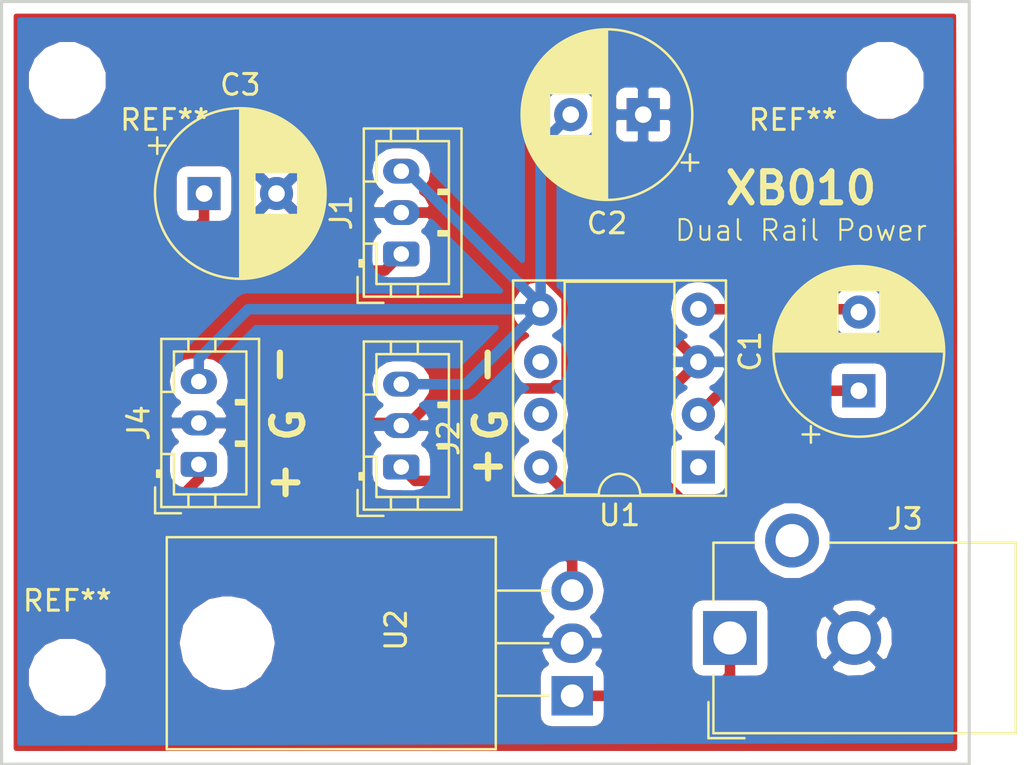
<source format=kicad_pcb>
(kicad_pcb (version 20171130) (host pcbnew "(5.0.1)-rc2")

  (general
    (thickness 1.6)
    (drawings 13)
    (tracks 68)
    (zones 0)
    (modules 12)
    (nets 10)
  )

  (page A4)
  (layers
    (0 F.Cu signal)
    (31 B.Cu signal)
    (32 B.Adhes user)
    (33 F.Adhes user)
    (34 B.Paste user)
    (35 F.Paste user)
    (36 B.SilkS user)
    (37 F.SilkS user)
    (38 B.Mask user)
    (39 F.Mask user)
    (40 Dwgs.User user)
    (41 Cmts.User user)
    (42 Eco1.User user)
    (43 Eco2.User user)
    (44 Edge.Cuts user)
    (45 Margin user)
    (46 B.CrtYd user)
    (47 F.CrtYd user)
    (48 B.Fab user)
    (49 F.Fab user)
  )

  (setup
    (last_trace_width 0.508)
    (user_trace_width 0.381)
    (user_trace_width 0.508)
    (trace_clearance 0.2)
    (zone_clearance 0.508)
    (zone_45_only no)
    (trace_min 0.2)
    (segment_width 0.2)
    (edge_width 0.15)
    (via_size 0.8)
    (via_drill 0.4)
    (via_min_size 0.4)
    (via_min_drill 0.3)
    (uvia_size 0.3)
    (uvia_drill 0.1)
    (uvias_allowed no)
    (uvia_min_size 0.2)
    (uvia_min_drill 0.1)
    (pcb_text_width 0.3)
    (pcb_text_size 1.5 1.5)
    (mod_edge_width 0.15)
    (mod_text_size 1 1)
    (mod_text_width 0.15)
    (pad_size 1.524 1.524)
    (pad_drill 0.762)
    (pad_to_mask_clearance 0.051)
    (solder_mask_min_width 0.25)
    (aux_axis_origin 0 0)
    (visible_elements FFFFFF7F)
    (pcbplotparams
      (layerselection 0x010fc_ffffffff)
      (usegerberextensions false)
      (usegerberattributes false)
      (usegerberadvancedattributes false)
      (creategerberjobfile false)
      (excludeedgelayer true)
      (linewidth 0.100000)
      (plotframeref false)
      (viasonmask false)
      (mode 1)
      (useauxorigin false)
      (hpglpennumber 1)
      (hpglpenspeed 20)
      (hpglpendiameter 15.000000)
      (psnegative false)
      (psa4output false)
      (plotreference true)
      (plotvalue true)
      (plotinvisibletext false)
      (padsonsilk false)
      (subtractmaskfromsilk false)
      (outputformat 1)
      (mirror false)
      (drillshape 0)
      (scaleselection 1)
      (outputdirectory ""))
  )

  (net 0 "")
  (net 1 "Net-(C1-Pad1)")
  (net 2 "Net-(C1-Pad2)")
  (net 3 GND)
  (net 4 -9V)
  (net 5 +9V)
  (net 6 "Net-(J3-Pad1)")
  (net 7 "Net-(U1-Pad1)")
  (net 8 "Net-(U1-Pad6)")
  (net 9 "Net-(U1-Pad7)")

  (net_class Default "This is the default net class."
    (clearance 0.2)
    (trace_width 0.25)
    (via_dia 0.8)
    (via_drill 0.4)
    (uvia_dia 0.3)
    (uvia_drill 0.1)
    (add_net +9V)
    (add_net -9V)
    (add_net GND)
    (add_net "Net-(C1-Pad1)")
    (add_net "Net-(C1-Pad2)")
    (add_net "Net-(J3-Pad1)")
    (add_net "Net-(U1-Pad1)")
    (add_net "Net-(U1-Pad6)")
    (add_net "Net-(U1-Pad7)")
  )

  (module MountingHole:MountingHole_2.7mm_M2.5 (layer F.Cu) (tedit 5BEE26B5) (tstamp 5BFAE39F)
    (at 177.419 77.47)
    (descr "Mounting Hole 2.7mm, no annular, M2.5")
    (tags "mounting hole 2.7mm no annular m2.5")
    (attr virtual)
    (fp_text reference REF** (at -4.445 1.905) (layer F.SilkS)
      (effects (font (size 1 1) (thickness 0.15)))
    )
    (fp_text value MountingHole_2.7mm_M2.5 (at 0 3.7) (layer F.Fab) hide
      (effects (font (size 1 1) (thickness 0.15)))
    )
    (fp_circle (center 0 0) (end 2.95 0) (layer F.CrtYd) (width 0.05))
    (fp_circle (center 0 0) (end 2.7 0) (layer Cmts.User) (width 0.15))
    (fp_text user %R (at 0.3 0) (layer F.Fab)
      (effects (font (size 1 1) (thickness 0.15)))
    )
    (pad 1 np_thru_hole circle (at 0 0) (size 2.7 2.7) (drill 2.7) (layers *.Cu *.Mask))
  )

  (module MountingHole:MountingHole_2.7mm_M2.5 (layer F.Cu) (tedit 5BEE26B0) (tstamp 5BFAE379)
    (at 137.922 77.47)
    (descr "Mounting Hole 2.7mm, no annular, M2.5")
    (tags "mounting hole 2.7mm no annular m2.5")
    (attr virtual)
    (fp_text reference REF** (at 4.699 1.905) (layer F.SilkS)
      (effects (font (size 1 1) (thickness 0.15)))
    )
    (fp_text value MountingHole_2.7mm_M2.5 (at 0 3.7) (layer F.Fab) hide
      (effects (font (size 1 1) (thickness 0.15)))
    )
    (fp_text user %R (at 0.3 0) (layer F.Fab)
      (effects (font (size 1 1) (thickness 0.15)))
    )
    (fp_circle (center 0 0) (end 2.7 0) (layer Cmts.User) (width 0.15))
    (fp_circle (center 0 0) (end 2.95 0) (layer F.CrtYd) (width 0.05))
    (pad 1 np_thru_hole circle (at 0 0) (size 2.7 2.7) (drill 2.7) (layers *.Cu *.Mask))
  )

  (module Connector_BarrelJack:BarrelJack_CUI_PJ-102AH_Horizontal (layer F.Cu) (tedit 5A1DBF38) (tstamp 5BFAC5F6)
    (at 169.926 104.394 90)
    (descr "Thin-pin DC Barrel Jack, https://cdn-shop.adafruit.com/datasheets/21mmdcjackDatasheet.pdf")
    (tags "Power Jack")
    (path /5BEF9E86)
    (fp_text reference J3 (at 5.75 8.45 180) (layer F.SilkS)
      (effects (font (size 1 1) (thickness 0.15)))
    )
    (fp_text value Jack-DC (at -3.175 6.35 180) (layer F.Fab)
      (effects (font (size 1 1) (thickness 0.15)))
    )
    (fp_text user %R (at 0 6.5 90) (layer F.Fab)
      (effects (font (size 1 1) (thickness 0.15)))
    )
    (fp_line (start 1.8 -1.8) (end 1.8 -1.2) (layer F.CrtYd) (width 0.05))
    (fp_line (start 1.8 -1.2) (end 5 -1.2) (layer F.CrtYd) (width 0.05))
    (fp_line (start 5 -1.2) (end 5 1.2) (layer F.CrtYd) (width 0.05))
    (fp_line (start 5 1.2) (end 6.5 1.2) (layer F.CrtYd) (width 0.05))
    (fp_line (start 6.5 1.2) (end 6.5 4.8) (layer F.CrtYd) (width 0.05))
    (fp_line (start 6.5 4.8) (end 5 4.8) (layer F.CrtYd) (width 0.05))
    (fp_line (start 5 4.8) (end 5 14.2) (layer F.CrtYd) (width 0.05))
    (fp_line (start 5 14.2) (end -5 14.2) (layer F.CrtYd) (width 0.05))
    (fp_line (start -5 14.2) (end -5 -1.2) (layer F.CrtYd) (width 0.05))
    (fp_line (start -5 -1.2) (end -1.8 -1.2) (layer F.CrtYd) (width 0.05))
    (fp_line (start -1.8 -1.2) (end -1.8 -1.8) (layer F.CrtYd) (width 0.05))
    (fp_line (start -1.8 -1.8) (end 1.8 -1.8) (layer F.CrtYd) (width 0.05))
    (fp_line (start 4.6 4.8) (end 4.6 13.8) (layer F.SilkS) (width 0.12))
    (fp_line (start 4.6 13.8) (end -4.6 13.8) (layer F.SilkS) (width 0.12))
    (fp_line (start -4.6 13.8) (end -4.6 -0.8) (layer F.SilkS) (width 0.12))
    (fp_line (start -4.6 -0.8) (end -1.8 -0.8) (layer F.SilkS) (width 0.12))
    (fp_line (start 1.8 -0.8) (end 4.6 -0.8) (layer F.SilkS) (width 0.12))
    (fp_line (start 4.6 -0.8) (end 4.6 1.2) (layer F.SilkS) (width 0.12))
    (fp_line (start -4.84 0.7) (end -4.84 -1.04) (layer F.SilkS) (width 0.12))
    (fp_line (start -4.84 -1.04) (end -3.1 -1.04) (layer F.SilkS) (width 0.12))
    (fp_line (start 4.5 -0.7) (end 4.5 13.7) (layer F.Fab) (width 0.1))
    (fp_line (start 4.5 13.7) (end -4.5 13.7) (layer F.Fab) (width 0.1))
    (fp_line (start -4.5 13.7) (end -4.5 0.3) (layer F.Fab) (width 0.1))
    (fp_line (start -4.5 0.3) (end -3.5 -0.7) (layer F.Fab) (width 0.1))
    (fp_line (start -3.5 -0.7) (end 4.5 -0.7) (layer F.Fab) (width 0.1))
    (fp_line (start -4.5 10.2) (end 4.5 10.2) (layer F.Fab) (width 0.1))
    (pad 1 thru_hole rect (at 0 0 90) (size 2.6 2.6) (drill 1.6) (layers *.Cu *.Mask)
      (net 6 "Net-(J3-Pad1)"))
    (pad 2 thru_hole circle (at 0 6 90) (size 2.6 2.6) (drill 1.6) (layers *.Cu *.Mask)
      (net 3 GND))
    (pad 3 thru_hole circle (at 4.7 3 90) (size 2.6 2.6) (drill 1.6) (layers *.Cu *.Mask))
    (model ${KISYS3DMOD}/Connector_BarrelJack.3dshapes/BarrelJack_CUI_PJ-102AH_Horizontal.wrl
      (at (xyz 0 0 0))
      (scale (xyz 1 1 1))
      (rotate (xyz 0 0 0))
    )
  )

  (module Capacitor_THT:CP_Radial_D8.0mm_P3.80mm (layer F.Cu) (tedit 5AE50EF0) (tstamp 5BFA96E5)
    (at 176.149 92.456 90)
    (descr "CP, Radial series, Radial, pin pitch=3.80mm, , diameter=8mm, Electrolytic Capacitor")
    (tags "CP Radial series Radial pin pitch 3.80mm  diameter 8mm Electrolytic Capacitor")
    (path /5BEBE794)
    (fp_text reference C1 (at 1.9 -5.25 90) (layer F.SilkS)
      (effects (font (size 1 1) (thickness 0.15)))
    )
    (fp_text value 10uF (at -0.381 2.54 90) (layer F.Fab)
      (effects (font (size 1 1) (thickness 0.15)))
    )
    (fp_circle (center 1.9 0) (end 5.9 0) (layer F.Fab) (width 0.1))
    (fp_circle (center 1.9 0) (end 6.02 0) (layer F.SilkS) (width 0.12))
    (fp_circle (center 1.9 0) (end 6.15 0) (layer F.CrtYd) (width 0.05))
    (fp_line (start -1.526759 -1.7475) (end -0.726759 -1.7475) (layer F.Fab) (width 0.1))
    (fp_line (start -1.126759 -2.1475) (end -1.126759 -1.3475) (layer F.Fab) (width 0.1))
    (fp_line (start 1.9 -4.08) (end 1.9 4.08) (layer F.SilkS) (width 0.12))
    (fp_line (start 1.94 -4.08) (end 1.94 4.08) (layer F.SilkS) (width 0.12))
    (fp_line (start 1.98 -4.08) (end 1.98 4.08) (layer F.SilkS) (width 0.12))
    (fp_line (start 2.02 -4.079) (end 2.02 4.079) (layer F.SilkS) (width 0.12))
    (fp_line (start 2.06 -4.077) (end 2.06 4.077) (layer F.SilkS) (width 0.12))
    (fp_line (start 2.1 -4.076) (end 2.1 4.076) (layer F.SilkS) (width 0.12))
    (fp_line (start 2.14 -4.074) (end 2.14 4.074) (layer F.SilkS) (width 0.12))
    (fp_line (start 2.18 -4.071) (end 2.18 4.071) (layer F.SilkS) (width 0.12))
    (fp_line (start 2.22 -4.068) (end 2.22 4.068) (layer F.SilkS) (width 0.12))
    (fp_line (start 2.26 -4.065) (end 2.26 4.065) (layer F.SilkS) (width 0.12))
    (fp_line (start 2.3 -4.061) (end 2.3 4.061) (layer F.SilkS) (width 0.12))
    (fp_line (start 2.34 -4.057) (end 2.34 4.057) (layer F.SilkS) (width 0.12))
    (fp_line (start 2.38 -4.052) (end 2.38 4.052) (layer F.SilkS) (width 0.12))
    (fp_line (start 2.42 -4.048) (end 2.42 4.048) (layer F.SilkS) (width 0.12))
    (fp_line (start 2.46 -4.042) (end 2.46 4.042) (layer F.SilkS) (width 0.12))
    (fp_line (start 2.5 -4.037) (end 2.5 4.037) (layer F.SilkS) (width 0.12))
    (fp_line (start 2.54 -4.03) (end 2.54 4.03) (layer F.SilkS) (width 0.12))
    (fp_line (start 2.58 -4.024) (end 2.58 4.024) (layer F.SilkS) (width 0.12))
    (fp_line (start 2.621 -4.017) (end 2.621 4.017) (layer F.SilkS) (width 0.12))
    (fp_line (start 2.661 -4.01) (end 2.661 4.01) (layer F.SilkS) (width 0.12))
    (fp_line (start 2.701 -4.002) (end 2.701 4.002) (layer F.SilkS) (width 0.12))
    (fp_line (start 2.741 -3.994) (end 2.741 3.994) (layer F.SilkS) (width 0.12))
    (fp_line (start 2.781 -3.985) (end 2.781 -1.04) (layer F.SilkS) (width 0.12))
    (fp_line (start 2.781 1.04) (end 2.781 3.985) (layer F.SilkS) (width 0.12))
    (fp_line (start 2.821 -3.976) (end 2.821 -1.04) (layer F.SilkS) (width 0.12))
    (fp_line (start 2.821 1.04) (end 2.821 3.976) (layer F.SilkS) (width 0.12))
    (fp_line (start 2.861 -3.967) (end 2.861 -1.04) (layer F.SilkS) (width 0.12))
    (fp_line (start 2.861 1.04) (end 2.861 3.967) (layer F.SilkS) (width 0.12))
    (fp_line (start 2.901 -3.957) (end 2.901 -1.04) (layer F.SilkS) (width 0.12))
    (fp_line (start 2.901 1.04) (end 2.901 3.957) (layer F.SilkS) (width 0.12))
    (fp_line (start 2.941 -3.947) (end 2.941 -1.04) (layer F.SilkS) (width 0.12))
    (fp_line (start 2.941 1.04) (end 2.941 3.947) (layer F.SilkS) (width 0.12))
    (fp_line (start 2.981 -3.936) (end 2.981 -1.04) (layer F.SilkS) (width 0.12))
    (fp_line (start 2.981 1.04) (end 2.981 3.936) (layer F.SilkS) (width 0.12))
    (fp_line (start 3.021 -3.925) (end 3.021 -1.04) (layer F.SilkS) (width 0.12))
    (fp_line (start 3.021 1.04) (end 3.021 3.925) (layer F.SilkS) (width 0.12))
    (fp_line (start 3.061 -3.914) (end 3.061 -1.04) (layer F.SilkS) (width 0.12))
    (fp_line (start 3.061 1.04) (end 3.061 3.914) (layer F.SilkS) (width 0.12))
    (fp_line (start 3.101 -3.902) (end 3.101 -1.04) (layer F.SilkS) (width 0.12))
    (fp_line (start 3.101 1.04) (end 3.101 3.902) (layer F.SilkS) (width 0.12))
    (fp_line (start 3.141 -3.889) (end 3.141 -1.04) (layer F.SilkS) (width 0.12))
    (fp_line (start 3.141 1.04) (end 3.141 3.889) (layer F.SilkS) (width 0.12))
    (fp_line (start 3.181 -3.877) (end 3.181 -1.04) (layer F.SilkS) (width 0.12))
    (fp_line (start 3.181 1.04) (end 3.181 3.877) (layer F.SilkS) (width 0.12))
    (fp_line (start 3.221 -3.863) (end 3.221 -1.04) (layer F.SilkS) (width 0.12))
    (fp_line (start 3.221 1.04) (end 3.221 3.863) (layer F.SilkS) (width 0.12))
    (fp_line (start 3.261 -3.85) (end 3.261 -1.04) (layer F.SilkS) (width 0.12))
    (fp_line (start 3.261 1.04) (end 3.261 3.85) (layer F.SilkS) (width 0.12))
    (fp_line (start 3.301 -3.835) (end 3.301 -1.04) (layer F.SilkS) (width 0.12))
    (fp_line (start 3.301 1.04) (end 3.301 3.835) (layer F.SilkS) (width 0.12))
    (fp_line (start 3.341 -3.821) (end 3.341 -1.04) (layer F.SilkS) (width 0.12))
    (fp_line (start 3.341 1.04) (end 3.341 3.821) (layer F.SilkS) (width 0.12))
    (fp_line (start 3.381 -3.805) (end 3.381 -1.04) (layer F.SilkS) (width 0.12))
    (fp_line (start 3.381 1.04) (end 3.381 3.805) (layer F.SilkS) (width 0.12))
    (fp_line (start 3.421 -3.79) (end 3.421 -1.04) (layer F.SilkS) (width 0.12))
    (fp_line (start 3.421 1.04) (end 3.421 3.79) (layer F.SilkS) (width 0.12))
    (fp_line (start 3.461 -3.774) (end 3.461 -1.04) (layer F.SilkS) (width 0.12))
    (fp_line (start 3.461 1.04) (end 3.461 3.774) (layer F.SilkS) (width 0.12))
    (fp_line (start 3.501 -3.757) (end 3.501 -1.04) (layer F.SilkS) (width 0.12))
    (fp_line (start 3.501 1.04) (end 3.501 3.757) (layer F.SilkS) (width 0.12))
    (fp_line (start 3.541 -3.74) (end 3.541 -1.04) (layer F.SilkS) (width 0.12))
    (fp_line (start 3.541 1.04) (end 3.541 3.74) (layer F.SilkS) (width 0.12))
    (fp_line (start 3.581 -3.722) (end 3.581 -1.04) (layer F.SilkS) (width 0.12))
    (fp_line (start 3.581 1.04) (end 3.581 3.722) (layer F.SilkS) (width 0.12))
    (fp_line (start 3.621 -3.704) (end 3.621 -1.04) (layer F.SilkS) (width 0.12))
    (fp_line (start 3.621 1.04) (end 3.621 3.704) (layer F.SilkS) (width 0.12))
    (fp_line (start 3.661 -3.686) (end 3.661 -1.04) (layer F.SilkS) (width 0.12))
    (fp_line (start 3.661 1.04) (end 3.661 3.686) (layer F.SilkS) (width 0.12))
    (fp_line (start 3.701 -3.666) (end 3.701 -1.04) (layer F.SilkS) (width 0.12))
    (fp_line (start 3.701 1.04) (end 3.701 3.666) (layer F.SilkS) (width 0.12))
    (fp_line (start 3.741 -3.647) (end 3.741 -1.04) (layer F.SilkS) (width 0.12))
    (fp_line (start 3.741 1.04) (end 3.741 3.647) (layer F.SilkS) (width 0.12))
    (fp_line (start 3.781 -3.627) (end 3.781 -1.04) (layer F.SilkS) (width 0.12))
    (fp_line (start 3.781 1.04) (end 3.781 3.627) (layer F.SilkS) (width 0.12))
    (fp_line (start 3.821 -3.606) (end 3.821 -1.04) (layer F.SilkS) (width 0.12))
    (fp_line (start 3.821 1.04) (end 3.821 3.606) (layer F.SilkS) (width 0.12))
    (fp_line (start 3.861 -3.584) (end 3.861 -1.04) (layer F.SilkS) (width 0.12))
    (fp_line (start 3.861 1.04) (end 3.861 3.584) (layer F.SilkS) (width 0.12))
    (fp_line (start 3.901 -3.562) (end 3.901 -1.04) (layer F.SilkS) (width 0.12))
    (fp_line (start 3.901 1.04) (end 3.901 3.562) (layer F.SilkS) (width 0.12))
    (fp_line (start 3.941 -3.54) (end 3.941 -1.04) (layer F.SilkS) (width 0.12))
    (fp_line (start 3.941 1.04) (end 3.941 3.54) (layer F.SilkS) (width 0.12))
    (fp_line (start 3.981 -3.517) (end 3.981 -1.04) (layer F.SilkS) (width 0.12))
    (fp_line (start 3.981 1.04) (end 3.981 3.517) (layer F.SilkS) (width 0.12))
    (fp_line (start 4.021 -3.493) (end 4.021 -1.04) (layer F.SilkS) (width 0.12))
    (fp_line (start 4.021 1.04) (end 4.021 3.493) (layer F.SilkS) (width 0.12))
    (fp_line (start 4.061 -3.469) (end 4.061 -1.04) (layer F.SilkS) (width 0.12))
    (fp_line (start 4.061 1.04) (end 4.061 3.469) (layer F.SilkS) (width 0.12))
    (fp_line (start 4.101 -3.444) (end 4.101 -1.04) (layer F.SilkS) (width 0.12))
    (fp_line (start 4.101 1.04) (end 4.101 3.444) (layer F.SilkS) (width 0.12))
    (fp_line (start 4.141 -3.418) (end 4.141 -1.04) (layer F.SilkS) (width 0.12))
    (fp_line (start 4.141 1.04) (end 4.141 3.418) (layer F.SilkS) (width 0.12))
    (fp_line (start 4.181 -3.392) (end 4.181 -1.04) (layer F.SilkS) (width 0.12))
    (fp_line (start 4.181 1.04) (end 4.181 3.392) (layer F.SilkS) (width 0.12))
    (fp_line (start 4.221 -3.365) (end 4.221 -1.04) (layer F.SilkS) (width 0.12))
    (fp_line (start 4.221 1.04) (end 4.221 3.365) (layer F.SilkS) (width 0.12))
    (fp_line (start 4.261 -3.338) (end 4.261 -1.04) (layer F.SilkS) (width 0.12))
    (fp_line (start 4.261 1.04) (end 4.261 3.338) (layer F.SilkS) (width 0.12))
    (fp_line (start 4.301 -3.309) (end 4.301 -1.04) (layer F.SilkS) (width 0.12))
    (fp_line (start 4.301 1.04) (end 4.301 3.309) (layer F.SilkS) (width 0.12))
    (fp_line (start 4.341 -3.28) (end 4.341 -1.04) (layer F.SilkS) (width 0.12))
    (fp_line (start 4.341 1.04) (end 4.341 3.28) (layer F.SilkS) (width 0.12))
    (fp_line (start 4.381 -3.25) (end 4.381 -1.04) (layer F.SilkS) (width 0.12))
    (fp_line (start 4.381 1.04) (end 4.381 3.25) (layer F.SilkS) (width 0.12))
    (fp_line (start 4.421 -3.22) (end 4.421 -1.04) (layer F.SilkS) (width 0.12))
    (fp_line (start 4.421 1.04) (end 4.421 3.22) (layer F.SilkS) (width 0.12))
    (fp_line (start 4.461 -3.189) (end 4.461 -1.04) (layer F.SilkS) (width 0.12))
    (fp_line (start 4.461 1.04) (end 4.461 3.189) (layer F.SilkS) (width 0.12))
    (fp_line (start 4.501 -3.156) (end 4.501 -1.04) (layer F.SilkS) (width 0.12))
    (fp_line (start 4.501 1.04) (end 4.501 3.156) (layer F.SilkS) (width 0.12))
    (fp_line (start 4.541 -3.124) (end 4.541 -1.04) (layer F.SilkS) (width 0.12))
    (fp_line (start 4.541 1.04) (end 4.541 3.124) (layer F.SilkS) (width 0.12))
    (fp_line (start 4.581 -3.09) (end 4.581 -1.04) (layer F.SilkS) (width 0.12))
    (fp_line (start 4.581 1.04) (end 4.581 3.09) (layer F.SilkS) (width 0.12))
    (fp_line (start 4.621 -3.055) (end 4.621 -1.04) (layer F.SilkS) (width 0.12))
    (fp_line (start 4.621 1.04) (end 4.621 3.055) (layer F.SilkS) (width 0.12))
    (fp_line (start 4.661 -3.019) (end 4.661 -1.04) (layer F.SilkS) (width 0.12))
    (fp_line (start 4.661 1.04) (end 4.661 3.019) (layer F.SilkS) (width 0.12))
    (fp_line (start 4.701 -2.983) (end 4.701 -1.04) (layer F.SilkS) (width 0.12))
    (fp_line (start 4.701 1.04) (end 4.701 2.983) (layer F.SilkS) (width 0.12))
    (fp_line (start 4.741 -2.945) (end 4.741 -1.04) (layer F.SilkS) (width 0.12))
    (fp_line (start 4.741 1.04) (end 4.741 2.945) (layer F.SilkS) (width 0.12))
    (fp_line (start 4.781 -2.907) (end 4.781 -1.04) (layer F.SilkS) (width 0.12))
    (fp_line (start 4.781 1.04) (end 4.781 2.907) (layer F.SilkS) (width 0.12))
    (fp_line (start 4.821 -2.867) (end 4.821 -1.04) (layer F.SilkS) (width 0.12))
    (fp_line (start 4.821 1.04) (end 4.821 2.867) (layer F.SilkS) (width 0.12))
    (fp_line (start 4.861 -2.826) (end 4.861 2.826) (layer F.SilkS) (width 0.12))
    (fp_line (start 4.901 -2.784) (end 4.901 2.784) (layer F.SilkS) (width 0.12))
    (fp_line (start 4.941 -2.741) (end 4.941 2.741) (layer F.SilkS) (width 0.12))
    (fp_line (start 4.981 -2.697) (end 4.981 2.697) (layer F.SilkS) (width 0.12))
    (fp_line (start 5.021 -2.651) (end 5.021 2.651) (layer F.SilkS) (width 0.12))
    (fp_line (start 5.061 -2.604) (end 5.061 2.604) (layer F.SilkS) (width 0.12))
    (fp_line (start 5.101 -2.556) (end 5.101 2.556) (layer F.SilkS) (width 0.12))
    (fp_line (start 5.141 -2.505) (end 5.141 2.505) (layer F.SilkS) (width 0.12))
    (fp_line (start 5.181 -2.454) (end 5.181 2.454) (layer F.SilkS) (width 0.12))
    (fp_line (start 5.221 -2.4) (end 5.221 2.4) (layer F.SilkS) (width 0.12))
    (fp_line (start 5.261 -2.345) (end 5.261 2.345) (layer F.SilkS) (width 0.12))
    (fp_line (start 5.301 -2.287) (end 5.301 2.287) (layer F.SilkS) (width 0.12))
    (fp_line (start 5.341 -2.228) (end 5.341 2.228) (layer F.SilkS) (width 0.12))
    (fp_line (start 5.381 -2.166) (end 5.381 2.166) (layer F.SilkS) (width 0.12))
    (fp_line (start 5.421 -2.102) (end 5.421 2.102) (layer F.SilkS) (width 0.12))
    (fp_line (start 5.461 -2.034) (end 5.461 2.034) (layer F.SilkS) (width 0.12))
    (fp_line (start 5.501 -1.964) (end 5.501 1.964) (layer F.SilkS) (width 0.12))
    (fp_line (start 5.541 -1.89) (end 5.541 1.89) (layer F.SilkS) (width 0.12))
    (fp_line (start 5.581 -1.813) (end 5.581 1.813) (layer F.SilkS) (width 0.12))
    (fp_line (start 5.621 -1.731) (end 5.621 1.731) (layer F.SilkS) (width 0.12))
    (fp_line (start 5.661 -1.645) (end 5.661 1.645) (layer F.SilkS) (width 0.12))
    (fp_line (start 5.701 -1.552) (end 5.701 1.552) (layer F.SilkS) (width 0.12))
    (fp_line (start 5.741 -1.453) (end 5.741 1.453) (layer F.SilkS) (width 0.12))
    (fp_line (start 5.781 -1.346) (end 5.781 1.346) (layer F.SilkS) (width 0.12))
    (fp_line (start 5.821 -1.229) (end 5.821 1.229) (layer F.SilkS) (width 0.12))
    (fp_line (start 5.861 -1.098) (end 5.861 1.098) (layer F.SilkS) (width 0.12))
    (fp_line (start 5.901 -0.948) (end 5.901 0.948) (layer F.SilkS) (width 0.12))
    (fp_line (start 5.941 -0.768) (end 5.941 0.768) (layer F.SilkS) (width 0.12))
    (fp_line (start 5.981 -0.533) (end 5.981 0.533) (layer F.SilkS) (width 0.12))
    (fp_line (start -2.509698 -2.315) (end -1.709698 -2.315) (layer F.SilkS) (width 0.12))
    (fp_line (start -2.109698 -2.715) (end -2.109698 -1.915) (layer F.SilkS) (width 0.12))
    (fp_text user %R (at 1.9 0 90) (layer F.Fab)
      (effects (font (size 1 1) (thickness 0.15)))
    )
    (pad 1 thru_hole rect (at 0 0 90) (size 1.6 1.6) (drill 0.8) (layers *.Cu *.Mask)
      (net 1 "Net-(C1-Pad1)"))
    (pad 2 thru_hole circle (at 3.8 0 90) (size 1.6 1.6) (drill 0.8) (layers *.Cu *.Mask)
      (net 2 "Net-(C1-Pad2)"))
    (model ${KISYS3DMOD}/Capacitor_THT.3dshapes/CP_Radial_D8.0mm_P3.80mm.wrl
      (at (xyz 0 0 0))
      (scale (xyz 1 1 1))
      (rotate (xyz 0 0 0))
    )
  )

  (module Capacitor_THT:CP_Radial_D8.0mm_P3.50mm (layer F.Cu) (tedit 5AE50EF0) (tstamp 5BFA978E)
    (at 165.735 79.121 180)
    (descr "CP, Radial series, Radial, pin pitch=3.50mm, , diameter=8mm, Electrolytic Capacitor")
    (tags "CP Radial series Radial pin pitch 3.50mm  diameter 8mm Electrolytic Capacitor")
    (path /5BEC4976)
    (fp_text reference C2 (at 1.75 -5.25 180) (layer F.SilkS)
      (effects (font (size 1 1) (thickness 0.15)))
    )
    (fp_text value 100uF (at 5.461 2.032 180) (layer F.Fab)
      (effects (font (size 1 1) (thickness 0.15)))
    )
    (fp_circle (center 1.75 0) (end 5.75 0) (layer F.Fab) (width 0.1))
    (fp_circle (center 1.75 0) (end 5.87 0) (layer F.SilkS) (width 0.12))
    (fp_circle (center 1.75 0) (end 6 0) (layer F.CrtYd) (width 0.05))
    (fp_line (start -1.676759 -1.7475) (end -0.876759 -1.7475) (layer F.Fab) (width 0.1))
    (fp_line (start -1.276759 -2.1475) (end -1.276759 -1.3475) (layer F.Fab) (width 0.1))
    (fp_line (start 1.75 -4.08) (end 1.75 4.08) (layer F.SilkS) (width 0.12))
    (fp_line (start 1.79 -4.08) (end 1.79 4.08) (layer F.SilkS) (width 0.12))
    (fp_line (start 1.83 -4.08) (end 1.83 4.08) (layer F.SilkS) (width 0.12))
    (fp_line (start 1.87 -4.079) (end 1.87 4.079) (layer F.SilkS) (width 0.12))
    (fp_line (start 1.91 -4.077) (end 1.91 4.077) (layer F.SilkS) (width 0.12))
    (fp_line (start 1.95 -4.076) (end 1.95 4.076) (layer F.SilkS) (width 0.12))
    (fp_line (start 1.99 -4.074) (end 1.99 4.074) (layer F.SilkS) (width 0.12))
    (fp_line (start 2.03 -4.071) (end 2.03 4.071) (layer F.SilkS) (width 0.12))
    (fp_line (start 2.07 -4.068) (end 2.07 4.068) (layer F.SilkS) (width 0.12))
    (fp_line (start 2.11 -4.065) (end 2.11 4.065) (layer F.SilkS) (width 0.12))
    (fp_line (start 2.15 -4.061) (end 2.15 4.061) (layer F.SilkS) (width 0.12))
    (fp_line (start 2.19 -4.057) (end 2.19 4.057) (layer F.SilkS) (width 0.12))
    (fp_line (start 2.23 -4.052) (end 2.23 4.052) (layer F.SilkS) (width 0.12))
    (fp_line (start 2.27 -4.048) (end 2.27 4.048) (layer F.SilkS) (width 0.12))
    (fp_line (start 2.31 -4.042) (end 2.31 4.042) (layer F.SilkS) (width 0.12))
    (fp_line (start 2.35 -4.037) (end 2.35 4.037) (layer F.SilkS) (width 0.12))
    (fp_line (start 2.39 -4.03) (end 2.39 4.03) (layer F.SilkS) (width 0.12))
    (fp_line (start 2.43 -4.024) (end 2.43 4.024) (layer F.SilkS) (width 0.12))
    (fp_line (start 2.471 -4.017) (end 2.471 -1.04) (layer F.SilkS) (width 0.12))
    (fp_line (start 2.471 1.04) (end 2.471 4.017) (layer F.SilkS) (width 0.12))
    (fp_line (start 2.511 -4.01) (end 2.511 -1.04) (layer F.SilkS) (width 0.12))
    (fp_line (start 2.511 1.04) (end 2.511 4.01) (layer F.SilkS) (width 0.12))
    (fp_line (start 2.551 -4.002) (end 2.551 -1.04) (layer F.SilkS) (width 0.12))
    (fp_line (start 2.551 1.04) (end 2.551 4.002) (layer F.SilkS) (width 0.12))
    (fp_line (start 2.591 -3.994) (end 2.591 -1.04) (layer F.SilkS) (width 0.12))
    (fp_line (start 2.591 1.04) (end 2.591 3.994) (layer F.SilkS) (width 0.12))
    (fp_line (start 2.631 -3.985) (end 2.631 -1.04) (layer F.SilkS) (width 0.12))
    (fp_line (start 2.631 1.04) (end 2.631 3.985) (layer F.SilkS) (width 0.12))
    (fp_line (start 2.671 -3.976) (end 2.671 -1.04) (layer F.SilkS) (width 0.12))
    (fp_line (start 2.671 1.04) (end 2.671 3.976) (layer F.SilkS) (width 0.12))
    (fp_line (start 2.711 -3.967) (end 2.711 -1.04) (layer F.SilkS) (width 0.12))
    (fp_line (start 2.711 1.04) (end 2.711 3.967) (layer F.SilkS) (width 0.12))
    (fp_line (start 2.751 -3.957) (end 2.751 -1.04) (layer F.SilkS) (width 0.12))
    (fp_line (start 2.751 1.04) (end 2.751 3.957) (layer F.SilkS) (width 0.12))
    (fp_line (start 2.791 -3.947) (end 2.791 -1.04) (layer F.SilkS) (width 0.12))
    (fp_line (start 2.791 1.04) (end 2.791 3.947) (layer F.SilkS) (width 0.12))
    (fp_line (start 2.831 -3.936) (end 2.831 -1.04) (layer F.SilkS) (width 0.12))
    (fp_line (start 2.831 1.04) (end 2.831 3.936) (layer F.SilkS) (width 0.12))
    (fp_line (start 2.871 -3.925) (end 2.871 -1.04) (layer F.SilkS) (width 0.12))
    (fp_line (start 2.871 1.04) (end 2.871 3.925) (layer F.SilkS) (width 0.12))
    (fp_line (start 2.911 -3.914) (end 2.911 -1.04) (layer F.SilkS) (width 0.12))
    (fp_line (start 2.911 1.04) (end 2.911 3.914) (layer F.SilkS) (width 0.12))
    (fp_line (start 2.951 -3.902) (end 2.951 -1.04) (layer F.SilkS) (width 0.12))
    (fp_line (start 2.951 1.04) (end 2.951 3.902) (layer F.SilkS) (width 0.12))
    (fp_line (start 2.991 -3.889) (end 2.991 -1.04) (layer F.SilkS) (width 0.12))
    (fp_line (start 2.991 1.04) (end 2.991 3.889) (layer F.SilkS) (width 0.12))
    (fp_line (start 3.031 -3.877) (end 3.031 -1.04) (layer F.SilkS) (width 0.12))
    (fp_line (start 3.031 1.04) (end 3.031 3.877) (layer F.SilkS) (width 0.12))
    (fp_line (start 3.071 -3.863) (end 3.071 -1.04) (layer F.SilkS) (width 0.12))
    (fp_line (start 3.071 1.04) (end 3.071 3.863) (layer F.SilkS) (width 0.12))
    (fp_line (start 3.111 -3.85) (end 3.111 -1.04) (layer F.SilkS) (width 0.12))
    (fp_line (start 3.111 1.04) (end 3.111 3.85) (layer F.SilkS) (width 0.12))
    (fp_line (start 3.151 -3.835) (end 3.151 -1.04) (layer F.SilkS) (width 0.12))
    (fp_line (start 3.151 1.04) (end 3.151 3.835) (layer F.SilkS) (width 0.12))
    (fp_line (start 3.191 -3.821) (end 3.191 -1.04) (layer F.SilkS) (width 0.12))
    (fp_line (start 3.191 1.04) (end 3.191 3.821) (layer F.SilkS) (width 0.12))
    (fp_line (start 3.231 -3.805) (end 3.231 -1.04) (layer F.SilkS) (width 0.12))
    (fp_line (start 3.231 1.04) (end 3.231 3.805) (layer F.SilkS) (width 0.12))
    (fp_line (start 3.271 -3.79) (end 3.271 -1.04) (layer F.SilkS) (width 0.12))
    (fp_line (start 3.271 1.04) (end 3.271 3.79) (layer F.SilkS) (width 0.12))
    (fp_line (start 3.311 -3.774) (end 3.311 -1.04) (layer F.SilkS) (width 0.12))
    (fp_line (start 3.311 1.04) (end 3.311 3.774) (layer F.SilkS) (width 0.12))
    (fp_line (start 3.351 -3.757) (end 3.351 -1.04) (layer F.SilkS) (width 0.12))
    (fp_line (start 3.351 1.04) (end 3.351 3.757) (layer F.SilkS) (width 0.12))
    (fp_line (start 3.391 -3.74) (end 3.391 -1.04) (layer F.SilkS) (width 0.12))
    (fp_line (start 3.391 1.04) (end 3.391 3.74) (layer F.SilkS) (width 0.12))
    (fp_line (start 3.431 -3.722) (end 3.431 -1.04) (layer F.SilkS) (width 0.12))
    (fp_line (start 3.431 1.04) (end 3.431 3.722) (layer F.SilkS) (width 0.12))
    (fp_line (start 3.471 -3.704) (end 3.471 -1.04) (layer F.SilkS) (width 0.12))
    (fp_line (start 3.471 1.04) (end 3.471 3.704) (layer F.SilkS) (width 0.12))
    (fp_line (start 3.511 -3.686) (end 3.511 -1.04) (layer F.SilkS) (width 0.12))
    (fp_line (start 3.511 1.04) (end 3.511 3.686) (layer F.SilkS) (width 0.12))
    (fp_line (start 3.551 -3.666) (end 3.551 -1.04) (layer F.SilkS) (width 0.12))
    (fp_line (start 3.551 1.04) (end 3.551 3.666) (layer F.SilkS) (width 0.12))
    (fp_line (start 3.591 -3.647) (end 3.591 -1.04) (layer F.SilkS) (width 0.12))
    (fp_line (start 3.591 1.04) (end 3.591 3.647) (layer F.SilkS) (width 0.12))
    (fp_line (start 3.631 -3.627) (end 3.631 -1.04) (layer F.SilkS) (width 0.12))
    (fp_line (start 3.631 1.04) (end 3.631 3.627) (layer F.SilkS) (width 0.12))
    (fp_line (start 3.671 -3.606) (end 3.671 -1.04) (layer F.SilkS) (width 0.12))
    (fp_line (start 3.671 1.04) (end 3.671 3.606) (layer F.SilkS) (width 0.12))
    (fp_line (start 3.711 -3.584) (end 3.711 -1.04) (layer F.SilkS) (width 0.12))
    (fp_line (start 3.711 1.04) (end 3.711 3.584) (layer F.SilkS) (width 0.12))
    (fp_line (start 3.751 -3.562) (end 3.751 -1.04) (layer F.SilkS) (width 0.12))
    (fp_line (start 3.751 1.04) (end 3.751 3.562) (layer F.SilkS) (width 0.12))
    (fp_line (start 3.791 -3.54) (end 3.791 -1.04) (layer F.SilkS) (width 0.12))
    (fp_line (start 3.791 1.04) (end 3.791 3.54) (layer F.SilkS) (width 0.12))
    (fp_line (start 3.831 -3.517) (end 3.831 -1.04) (layer F.SilkS) (width 0.12))
    (fp_line (start 3.831 1.04) (end 3.831 3.517) (layer F.SilkS) (width 0.12))
    (fp_line (start 3.871 -3.493) (end 3.871 -1.04) (layer F.SilkS) (width 0.12))
    (fp_line (start 3.871 1.04) (end 3.871 3.493) (layer F.SilkS) (width 0.12))
    (fp_line (start 3.911 -3.469) (end 3.911 -1.04) (layer F.SilkS) (width 0.12))
    (fp_line (start 3.911 1.04) (end 3.911 3.469) (layer F.SilkS) (width 0.12))
    (fp_line (start 3.951 -3.444) (end 3.951 -1.04) (layer F.SilkS) (width 0.12))
    (fp_line (start 3.951 1.04) (end 3.951 3.444) (layer F.SilkS) (width 0.12))
    (fp_line (start 3.991 -3.418) (end 3.991 -1.04) (layer F.SilkS) (width 0.12))
    (fp_line (start 3.991 1.04) (end 3.991 3.418) (layer F.SilkS) (width 0.12))
    (fp_line (start 4.031 -3.392) (end 4.031 -1.04) (layer F.SilkS) (width 0.12))
    (fp_line (start 4.031 1.04) (end 4.031 3.392) (layer F.SilkS) (width 0.12))
    (fp_line (start 4.071 -3.365) (end 4.071 -1.04) (layer F.SilkS) (width 0.12))
    (fp_line (start 4.071 1.04) (end 4.071 3.365) (layer F.SilkS) (width 0.12))
    (fp_line (start 4.111 -3.338) (end 4.111 -1.04) (layer F.SilkS) (width 0.12))
    (fp_line (start 4.111 1.04) (end 4.111 3.338) (layer F.SilkS) (width 0.12))
    (fp_line (start 4.151 -3.309) (end 4.151 -1.04) (layer F.SilkS) (width 0.12))
    (fp_line (start 4.151 1.04) (end 4.151 3.309) (layer F.SilkS) (width 0.12))
    (fp_line (start 4.191 -3.28) (end 4.191 -1.04) (layer F.SilkS) (width 0.12))
    (fp_line (start 4.191 1.04) (end 4.191 3.28) (layer F.SilkS) (width 0.12))
    (fp_line (start 4.231 -3.25) (end 4.231 -1.04) (layer F.SilkS) (width 0.12))
    (fp_line (start 4.231 1.04) (end 4.231 3.25) (layer F.SilkS) (width 0.12))
    (fp_line (start 4.271 -3.22) (end 4.271 -1.04) (layer F.SilkS) (width 0.12))
    (fp_line (start 4.271 1.04) (end 4.271 3.22) (layer F.SilkS) (width 0.12))
    (fp_line (start 4.311 -3.189) (end 4.311 -1.04) (layer F.SilkS) (width 0.12))
    (fp_line (start 4.311 1.04) (end 4.311 3.189) (layer F.SilkS) (width 0.12))
    (fp_line (start 4.351 -3.156) (end 4.351 -1.04) (layer F.SilkS) (width 0.12))
    (fp_line (start 4.351 1.04) (end 4.351 3.156) (layer F.SilkS) (width 0.12))
    (fp_line (start 4.391 -3.124) (end 4.391 -1.04) (layer F.SilkS) (width 0.12))
    (fp_line (start 4.391 1.04) (end 4.391 3.124) (layer F.SilkS) (width 0.12))
    (fp_line (start 4.431 -3.09) (end 4.431 -1.04) (layer F.SilkS) (width 0.12))
    (fp_line (start 4.431 1.04) (end 4.431 3.09) (layer F.SilkS) (width 0.12))
    (fp_line (start 4.471 -3.055) (end 4.471 -1.04) (layer F.SilkS) (width 0.12))
    (fp_line (start 4.471 1.04) (end 4.471 3.055) (layer F.SilkS) (width 0.12))
    (fp_line (start 4.511 -3.019) (end 4.511 -1.04) (layer F.SilkS) (width 0.12))
    (fp_line (start 4.511 1.04) (end 4.511 3.019) (layer F.SilkS) (width 0.12))
    (fp_line (start 4.551 -2.983) (end 4.551 2.983) (layer F.SilkS) (width 0.12))
    (fp_line (start 4.591 -2.945) (end 4.591 2.945) (layer F.SilkS) (width 0.12))
    (fp_line (start 4.631 -2.907) (end 4.631 2.907) (layer F.SilkS) (width 0.12))
    (fp_line (start 4.671 -2.867) (end 4.671 2.867) (layer F.SilkS) (width 0.12))
    (fp_line (start 4.711 -2.826) (end 4.711 2.826) (layer F.SilkS) (width 0.12))
    (fp_line (start 4.751 -2.784) (end 4.751 2.784) (layer F.SilkS) (width 0.12))
    (fp_line (start 4.791 -2.741) (end 4.791 2.741) (layer F.SilkS) (width 0.12))
    (fp_line (start 4.831 -2.697) (end 4.831 2.697) (layer F.SilkS) (width 0.12))
    (fp_line (start 4.871 -2.651) (end 4.871 2.651) (layer F.SilkS) (width 0.12))
    (fp_line (start 4.911 -2.604) (end 4.911 2.604) (layer F.SilkS) (width 0.12))
    (fp_line (start 4.951 -2.556) (end 4.951 2.556) (layer F.SilkS) (width 0.12))
    (fp_line (start 4.991 -2.505) (end 4.991 2.505) (layer F.SilkS) (width 0.12))
    (fp_line (start 5.031 -2.454) (end 5.031 2.454) (layer F.SilkS) (width 0.12))
    (fp_line (start 5.071 -2.4) (end 5.071 2.4) (layer F.SilkS) (width 0.12))
    (fp_line (start 5.111 -2.345) (end 5.111 2.345) (layer F.SilkS) (width 0.12))
    (fp_line (start 5.151 -2.287) (end 5.151 2.287) (layer F.SilkS) (width 0.12))
    (fp_line (start 5.191 -2.228) (end 5.191 2.228) (layer F.SilkS) (width 0.12))
    (fp_line (start 5.231 -2.166) (end 5.231 2.166) (layer F.SilkS) (width 0.12))
    (fp_line (start 5.271 -2.102) (end 5.271 2.102) (layer F.SilkS) (width 0.12))
    (fp_line (start 5.311 -2.034) (end 5.311 2.034) (layer F.SilkS) (width 0.12))
    (fp_line (start 5.351 -1.964) (end 5.351 1.964) (layer F.SilkS) (width 0.12))
    (fp_line (start 5.391 -1.89) (end 5.391 1.89) (layer F.SilkS) (width 0.12))
    (fp_line (start 5.431 -1.813) (end 5.431 1.813) (layer F.SilkS) (width 0.12))
    (fp_line (start 5.471 -1.731) (end 5.471 1.731) (layer F.SilkS) (width 0.12))
    (fp_line (start 5.511 -1.645) (end 5.511 1.645) (layer F.SilkS) (width 0.12))
    (fp_line (start 5.551 -1.552) (end 5.551 1.552) (layer F.SilkS) (width 0.12))
    (fp_line (start 5.591 -1.453) (end 5.591 1.453) (layer F.SilkS) (width 0.12))
    (fp_line (start 5.631 -1.346) (end 5.631 1.346) (layer F.SilkS) (width 0.12))
    (fp_line (start 5.671 -1.229) (end 5.671 1.229) (layer F.SilkS) (width 0.12))
    (fp_line (start 5.711 -1.098) (end 5.711 1.098) (layer F.SilkS) (width 0.12))
    (fp_line (start 5.751 -0.948) (end 5.751 0.948) (layer F.SilkS) (width 0.12))
    (fp_line (start 5.791 -0.768) (end 5.791 0.768) (layer F.SilkS) (width 0.12))
    (fp_line (start 5.831 -0.533) (end 5.831 0.533) (layer F.SilkS) (width 0.12))
    (fp_line (start -2.659698 -2.315) (end -1.859698 -2.315) (layer F.SilkS) (width 0.12))
    (fp_line (start -2.259698 -2.715) (end -2.259698 -1.915) (layer F.SilkS) (width 0.12))
    (fp_text user %R (at 1.75 0 180) (layer F.Fab)
      (effects (font (size 1 1) (thickness 0.15)))
    )
    (pad 1 thru_hole rect (at 0 0 180) (size 1.6 1.6) (drill 0.8) (layers *.Cu *.Mask)
      (net 3 GND))
    (pad 2 thru_hole circle (at 3.5 0 180) (size 1.6 1.6) (drill 0.8) (layers *.Cu *.Mask)
      (net 4 -9V))
    (model ${KISYS3DMOD}/Capacitor_THT.3dshapes/CP_Radial_D8.0mm_P3.50mm.wrl
      (at (xyz 0 0 0))
      (scale (xyz 1 1 1))
      (rotate (xyz 0 0 0))
    )
  )

  (module Capacitor_THT:CP_Radial_D8.0mm_P3.50mm (layer F.Cu) (tedit 5AE50EF0) (tstamp 5BFA9837)
    (at 144.526 82.931)
    (descr "CP, Radial series, Radial, pin pitch=3.50mm, , diameter=8mm, Electrolytic Capacitor")
    (tags "CP Radial series Radial pin pitch 3.50mm  diameter 8mm Electrolytic Capacitor")
    (path /5BEFB548)
    (fp_text reference C3 (at 1.75 -5.25) (layer F.SilkS)
      (effects (font (size 1 1) (thickness 0.15)))
    )
    (fp_text value 680uF (at 1.75 5.25) (layer F.Fab)
      (effects (font (size 1 1) (thickness 0.15)))
    )
    (fp_text user %R (at 1.75 0) (layer F.Fab)
      (effects (font (size 1 1) (thickness 0.15)))
    )
    (fp_line (start -2.259698 -2.715) (end -2.259698 -1.915) (layer F.SilkS) (width 0.12))
    (fp_line (start -2.659698 -2.315) (end -1.859698 -2.315) (layer F.SilkS) (width 0.12))
    (fp_line (start 5.831 -0.533) (end 5.831 0.533) (layer F.SilkS) (width 0.12))
    (fp_line (start 5.791 -0.768) (end 5.791 0.768) (layer F.SilkS) (width 0.12))
    (fp_line (start 5.751 -0.948) (end 5.751 0.948) (layer F.SilkS) (width 0.12))
    (fp_line (start 5.711 -1.098) (end 5.711 1.098) (layer F.SilkS) (width 0.12))
    (fp_line (start 5.671 -1.229) (end 5.671 1.229) (layer F.SilkS) (width 0.12))
    (fp_line (start 5.631 -1.346) (end 5.631 1.346) (layer F.SilkS) (width 0.12))
    (fp_line (start 5.591 -1.453) (end 5.591 1.453) (layer F.SilkS) (width 0.12))
    (fp_line (start 5.551 -1.552) (end 5.551 1.552) (layer F.SilkS) (width 0.12))
    (fp_line (start 5.511 -1.645) (end 5.511 1.645) (layer F.SilkS) (width 0.12))
    (fp_line (start 5.471 -1.731) (end 5.471 1.731) (layer F.SilkS) (width 0.12))
    (fp_line (start 5.431 -1.813) (end 5.431 1.813) (layer F.SilkS) (width 0.12))
    (fp_line (start 5.391 -1.89) (end 5.391 1.89) (layer F.SilkS) (width 0.12))
    (fp_line (start 5.351 -1.964) (end 5.351 1.964) (layer F.SilkS) (width 0.12))
    (fp_line (start 5.311 -2.034) (end 5.311 2.034) (layer F.SilkS) (width 0.12))
    (fp_line (start 5.271 -2.102) (end 5.271 2.102) (layer F.SilkS) (width 0.12))
    (fp_line (start 5.231 -2.166) (end 5.231 2.166) (layer F.SilkS) (width 0.12))
    (fp_line (start 5.191 -2.228) (end 5.191 2.228) (layer F.SilkS) (width 0.12))
    (fp_line (start 5.151 -2.287) (end 5.151 2.287) (layer F.SilkS) (width 0.12))
    (fp_line (start 5.111 -2.345) (end 5.111 2.345) (layer F.SilkS) (width 0.12))
    (fp_line (start 5.071 -2.4) (end 5.071 2.4) (layer F.SilkS) (width 0.12))
    (fp_line (start 5.031 -2.454) (end 5.031 2.454) (layer F.SilkS) (width 0.12))
    (fp_line (start 4.991 -2.505) (end 4.991 2.505) (layer F.SilkS) (width 0.12))
    (fp_line (start 4.951 -2.556) (end 4.951 2.556) (layer F.SilkS) (width 0.12))
    (fp_line (start 4.911 -2.604) (end 4.911 2.604) (layer F.SilkS) (width 0.12))
    (fp_line (start 4.871 -2.651) (end 4.871 2.651) (layer F.SilkS) (width 0.12))
    (fp_line (start 4.831 -2.697) (end 4.831 2.697) (layer F.SilkS) (width 0.12))
    (fp_line (start 4.791 -2.741) (end 4.791 2.741) (layer F.SilkS) (width 0.12))
    (fp_line (start 4.751 -2.784) (end 4.751 2.784) (layer F.SilkS) (width 0.12))
    (fp_line (start 4.711 -2.826) (end 4.711 2.826) (layer F.SilkS) (width 0.12))
    (fp_line (start 4.671 -2.867) (end 4.671 2.867) (layer F.SilkS) (width 0.12))
    (fp_line (start 4.631 -2.907) (end 4.631 2.907) (layer F.SilkS) (width 0.12))
    (fp_line (start 4.591 -2.945) (end 4.591 2.945) (layer F.SilkS) (width 0.12))
    (fp_line (start 4.551 -2.983) (end 4.551 2.983) (layer F.SilkS) (width 0.12))
    (fp_line (start 4.511 1.04) (end 4.511 3.019) (layer F.SilkS) (width 0.12))
    (fp_line (start 4.511 -3.019) (end 4.511 -1.04) (layer F.SilkS) (width 0.12))
    (fp_line (start 4.471 1.04) (end 4.471 3.055) (layer F.SilkS) (width 0.12))
    (fp_line (start 4.471 -3.055) (end 4.471 -1.04) (layer F.SilkS) (width 0.12))
    (fp_line (start 4.431 1.04) (end 4.431 3.09) (layer F.SilkS) (width 0.12))
    (fp_line (start 4.431 -3.09) (end 4.431 -1.04) (layer F.SilkS) (width 0.12))
    (fp_line (start 4.391 1.04) (end 4.391 3.124) (layer F.SilkS) (width 0.12))
    (fp_line (start 4.391 -3.124) (end 4.391 -1.04) (layer F.SilkS) (width 0.12))
    (fp_line (start 4.351 1.04) (end 4.351 3.156) (layer F.SilkS) (width 0.12))
    (fp_line (start 4.351 -3.156) (end 4.351 -1.04) (layer F.SilkS) (width 0.12))
    (fp_line (start 4.311 1.04) (end 4.311 3.189) (layer F.SilkS) (width 0.12))
    (fp_line (start 4.311 -3.189) (end 4.311 -1.04) (layer F.SilkS) (width 0.12))
    (fp_line (start 4.271 1.04) (end 4.271 3.22) (layer F.SilkS) (width 0.12))
    (fp_line (start 4.271 -3.22) (end 4.271 -1.04) (layer F.SilkS) (width 0.12))
    (fp_line (start 4.231 1.04) (end 4.231 3.25) (layer F.SilkS) (width 0.12))
    (fp_line (start 4.231 -3.25) (end 4.231 -1.04) (layer F.SilkS) (width 0.12))
    (fp_line (start 4.191 1.04) (end 4.191 3.28) (layer F.SilkS) (width 0.12))
    (fp_line (start 4.191 -3.28) (end 4.191 -1.04) (layer F.SilkS) (width 0.12))
    (fp_line (start 4.151 1.04) (end 4.151 3.309) (layer F.SilkS) (width 0.12))
    (fp_line (start 4.151 -3.309) (end 4.151 -1.04) (layer F.SilkS) (width 0.12))
    (fp_line (start 4.111 1.04) (end 4.111 3.338) (layer F.SilkS) (width 0.12))
    (fp_line (start 4.111 -3.338) (end 4.111 -1.04) (layer F.SilkS) (width 0.12))
    (fp_line (start 4.071 1.04) (end 4.071 3.365) (layer F.SilkS) (width 0.12))
    (fp_line (start 4.071 -3.365) (end 4.071 -1.04) (layer F.SilkS) (width 0.12))
    (fp_line (start 4.031 1.04) (end 4.031 3.392) (layer F.SilkS) (width 0.12))
    (fp_line (start 4.031 -3.392) (end 4.031 -1.04) (layer F.SilkS) (width 0.12))
    (fp_line (start 3.991 1.04) (end 3.991 3.418) (layer F.SilkS) (width 0.12))
    (fp_line (start 3.991 -3.418) (end 3.991 -1.04) (layer F.SilkS) (width 0.12))
    (fp_line (start 3.951 1.04) (end 3.951 3.444) (layer F.SilkS) (width 0.12))
    (fp_line (start 3.951 -3.444) (end 3.951 -1.04) (layer F.SilkS) (width 0.12))
    (fp_line (start 3.911 1.04) (end 3.911 3.469) (layer F.SilkS) (width 0.12))
    (fp_line (start 3.911 -3.469) (end 3.911 -1.04) (layer F.SilkS) (width 0.12))
    (fp_line (start 3.871 1.04) (end 3.871 3.493) (layer F.SilkS) (width 0.12))
    (fp_line (start 3.871 -3.493) (end 3.871 -1.04) (layer F.SilkS) (width 0.12))
    (fp_line (start 3.831 1.04) (end 3.831 3.517) (layer F.SilkS) (width 0.12))
    (fp_line (start 3.831 -3.517) (end 3.831 -1.04) (layer F.SilkS) (width 0.12))
    (fp_line (start 3.791 1.04) (end 3.791 3.54) (layer F.SilkS) (width 0.12))
    (fp_line (start 3.791 -3.54) (end 3.791 -1.04) (layer F.SilkS) (width 0.12))
    (fp_line (start 3.751 1.04) (end 3.751 3.562) (layer F.SilkS) (width 0.12))
    (fp_line (start 3.751 -3.562) (end 3.751 -1.04) (layer F.SilkS) (width 0.12))
    (fp_line (start 3.711 1.04) (end 3.711 3.584) (layer F.SilkS) (width 0.12))
    (fp_line (start 3.711 -3.584) (end 3.711 -1.04) (layer F.SilkS) (width 0.12))
    (fp_line (start 3.671 1.04) (end 3.671 3.606) (layer F.SilkS) (width 0.12))
    (fp_line (start 3.671 -3.606) (end 3.671 -1.04) (layer F.SilkS) (width 0.12))
    (fp_line (start 3.631 1.04) (end 3.631 3.627) (layer F.SilkS) (width 0.12))
    (fp_line (start 3.631 -3.627) (end 3.631 -1.04) (layer F.SilkS) (width 0.12))
    (fp_line (start 3.591 1.04) (end 3.591 3.647) (layer F.SilkS) (width 0.12))
    (fp_line (start 3.591 -3.647) (end 3.591 -1.04) (layer F.SilkS) (width 0.12))
    (fp_line (start 3.551 1.04) (end 3.551 3.666) (layer F.SilkS) (width 0.12))
    (fp_line (start 3.551 -3.666) (end 3.551 -1.04) (layer F.SilkS) (width 0.12))
    (fp_line (start 3.511 1.04) (end 3.511 3.686) (layer F.SilkS) (width 0.12))
    (fp_line (start 3.511 -3.686) (end 3.511 -1.04) (layer F.SilkS) (width 0.12))
    (fp_line (start 3.471 1.04) (end 3.471 3.704) (layer F.SilkS) (width 0.12))
    (fp_line (start 3.471 -3.704) (end 3.471 -1.04) (layer F.SilkS) (width 0.12))
    (fp_line (start 3.431 1.04) (end 3.431 3.722) (layer F.SilkS) (width 0.12))
    (fp_line (start 3.431 -3.722) (end 3.431 -1.04) (layer F.SilkS) (width 0.12))
    (fp_line (start 3.391 1.04) (end 3.391 3.74) (layer F.SilkS) (width 0.12))
    (fp_line (start 3.391 -3.74) (end 3.391 -1.04) (layer F.SilkS) (width 0.12))
    (fp_line (start 3.351 1.04) (end 3.351 3.757) (layer F.SilkS) (width 0.12))
    (fp_line (start 3.351 -3.757) (end 3.351 -1.04) (layer F.SilkS) (width 0.12))
    (fp_line (start 3.311 1.04) (end 3.311 3.774) (layer F.SilkS) (width 0.12))
    (fp_line (start 3.311 -3.774) (end 3.311 -1.04) (layer F.SilkS) (width 0.12))
    (fp_line (start 3.271 1.04) (end 3.271 3.79) (layer F.SilkS) (width 0.12))
    (fp_line (start 3.271 -3.79) (end 3.271 -1.04) (layer F.SilkS) (width 0.12))
    (fp_line (start 3.231 1.04) (end 3.231 3.805) (layer F.SilkS) (width 0.12))
    (fp_line (start 3.231 -3.805) (end 3.231 -1.04) (layer F.SilkS) (width 0.12))
    (fp_line (start 3.191 1.04) (end 3.191 3.821) (layer F.SilkS) (width 0.12))
    (fp_line (start 3.191 -3.821) (end 3.191 -1.04) (layer F.SilkS) (width 0.12))
    (fp_line (start 3.151 1.04) (end 3.151 3.835) (layer F.SilkS) (width 0.12))
    (fp_line (start 3.151 -3.835) (end 3.151 -1.04) (layer F.SilkS) (width 0.12))
    (fp_line (start 3.111 1.04) (end 3.111 3.85) (layer F.SilkS) (width 0.12))
    (fp_line (start 3.111 -3.85) (end 3.111 -1.04) (layer F.SilkS) (width 0.12))
    (fp_line (start 3.071 1.04) (end 3.071 3.863) (layer F.SilkS) (width 0.12))
    (fp_line (start 3.071 -3.863) (end 3.071 -1.04) (layer F.SilkS) (width 0.12))
    (fp_line (start 3.031 1.04) (end 3.031 3.877) (layer F.SilkS) (width 0.12))
    (fp_line (start 3.031 -3.877) (end 3.031 -1.04) (layer F.SilkS) (width 0.12))
    (fp_line (start 2.991 1.04) (end 2.991 3.889) (layer F.SilkS) (width 0.12))
    (fp_line (start 2.991 -3.889) (end 2.991 -1.04) (layer F.SilkS) (width 0.12))
    (fp_line (start 2.951 1.04) (end 2.951 3.902) (layer F.SilkS) (width 0.12))
    (fp_line (start 2.951 -3.902) (end 2.951 -1.04) (layer F.SilkS) (width 0.12))
    (fp_line (start 2.911 1.04) (end 2.911 3.914) (layer F.SilkS) (width 0.12))
    (fp_line (start 2.911 -3.914) (end 2.911 -1.04) (layer F.SilkS) (width 0.12))
    (fp_line (start 2.871 1.04) (end 2.871 3.925) (layer F.SilkS) (width 0.12))
    (fp_line (start 2.871 -3.925) (end 2.871 -1.04) (layer F.SilkS) (width 0.12))
    (fp_line (start 2.831 1.04) (end 2.831 3.936) (layer F.SilkS) (width 0.12))
    (fp_line (start 2.831 -3.936) (end 2.831 -1.04) (layer F.SilkS) (width 0.12))
    (fp_line (start 2.791 1.04) (end 2.791 3.947) (layer F.SilkS) (width 0.12))
    (fp_line (start 2.791 -3.947) (end 2.791 -1.04) (layer F.SilkS) (width 0.12))
    (fp_line (start 2.751 1.04) (end 2.751 3.957) (layer F.SilkS) (width 0.12))
    (fp_line (start 2.751 -3.957) (end 2.751 -1.04) (layer F.SilkS) (width 0.12))
    (fp_line (start 2.711 1.04) (end 2.711 3.967) (layer F.SilkS) (width 0.12))
    (fp_line (start 2.711 -3.967) (end 2.711 -1.04) (layer F.SilkS) (width 0.12))
    (fp_line (start 2.671 1.04) (end 2.671 3.976) (layer F.SilkS) (width 0.12))
    (fp_line (start 2.671 -3.976) (end 2.671 -1.04) (layer F.SilkS) (width 0.12))
    (fp_line (start 2.631 1.04) (end 2.631 3.985) (layer F.SilkS) (width 0.12))
    (fp_line (start 2.631 -3.985) (end 2.631 -1.04) (layer F.SilkS) (width 0.12))
    (fp_line (start 2.591 1.04) (end 2.591 3.994) (layer F.SilkS) (width 0.12))
    (fp_line (start 2.591 -3.994) (end 2.591 -1.04) (layer F.SilkS) (width 0.12))
    (fp_line (start 2.551 1.04) (end 2.551 4.002) (layer F.SilkS) (width 0.12))
    (fp_line (start 2.551 -4.002) (end 2.551 -1.04) (layer F.SilkS) (width 0.12))
    (fp_line (start 2.511 1.04) (end 2.511 4.01) (layer F.SilkS) (width 0.12))
    (fp_line (start 2.511 -4.01) (end 2.511 -1.04) (layer F.SilkS) (width 0.12))
    (fp_line (start 2.471 1.04) (end 2.471 4.017) (layer F.SilkS) (width 0.12))
    (fp_line (start 2.471 -4.017) (end 2.471 -1.04) (layer F.SilkS) (width 0.12))
    (fp_line (start 2.43 -4.024) (end 2.43 4.024) (layer F.SilkS) (width 0.12))
    (fp_line (start 2.39 -4.03) (end 2.39 4.03) (layer F.SilkS) (width 0.12))
    (fp_line (start 2.35 -4.037) (end 2.35 4.037) (layer F.SilkS) (width 0.12))
    (fp_line (start 2.31 -4.042) (end 2.31 4.042) (layer F.SilkS) (width 0.12))
    (fp_line (start 2.27 -4.048) (end 2.27 4.048) (layer F.SilkS) (width 0.12))
    (fp_line (start 2.23 -4.052) (end 2.23 4.052) (layer F.SilkS) (width 0.12))
    (fp_line (start 2.19 -4.057) (end 2.19 4.057) (layer F.SilkS) (width 0.12))
    (fp_line (start 2.15 -4.061) (end 2.15 4.061) (layer F.SilkS) (width 0.12))
    (fp_line (start 2.11 -4.065) (end 2.11 4.065) (layer F.SilkS) (width 0.12))
    (fp_line (start 2.07 -4.068) (end 2.07 4.068) (layer F.SilkS) (width 0.12))
    (fp_line (start 2.03 -4.071) (end 2.03 4.071) (layer F.SilkS) (width 0.12))
    (fp_line (start 1.99 -4.074) (end 1.99 4.074) (layer F.SilkS) (width 0.12))
    (fp_line (start 1.95 -4.076) (end 1.95 4.076) (layer F.SilkS) (width 0.12))
    (fp_line (start 1.91 -4.077) (end 1.91 4.077) (layer F.SilkS) (width 0.12))
    (fp_line (start 1.87 -4.079) (end 1.87 4.079) (layer F.SilkS) (width 0.12))
    (fp_line (start 1.83 -4.08) (end 1.83 4.08) (layer F.SilkS) (width 0.12))
    (fp_line (start 1.79 -4.08) (end 1.79 4.08) (layer F.SilkS) (width 0.12))
    (fp_line (start 1.75 -4.08) (end 1.75 4.08) (layer F.SilkS) (width 0.12))
    (fp_line (start -1.276759 -2.1475) (end -1.276759 -1.3475) (layer F.Fab) (width 0.1))
    (fp_line (start -1.676759 -1.7475) (end -0.876759 -1.7475) (layer F.Fab) (width 0.1))
    (fp_circle (center 1.75 0) (end 6 0) (layer F.CrtYd) (width 0.05))
    (fp_circle (center 1.75 0) (end 5.87 0) (layer F.SilkS) (width 0.12))
    (fp_circle (center 1.75 0) (end 5.75 0) (layer F.Fab) (width 0.1))
    (pad 2 thru_hole circle (at 3.5 0) (size 1.6 1.6) (drill 0.8) (layers *.Cu *.Mask)
      (net 3 GND))
    (pad 1 thru_hole rect (at 0 0) (size 1.6 1.6) (drill 0.8) (layers *.Cu *.Mask)
      (net 5 +9V))
    (model ${KISYS3DMOD}/Capacitor_THT.3dshapes/CP_Radial_D8.0mm_P3.50mm.wrl
      (at (xyz 0 0 0))
      (scale (xyz 1 1 1))
      (rotate (xyz 0 0 0))
    )
  )

  (module Connector_JST:JST_PH_B3B-PH-K_1x03_P2.00mm_Vertical (layer F.Cu) (tedit 5B7745C2) (tstamp 5BFA9B0A)
    (at 154.051 85.852 90)
    (descr "JST PH series connector, B3B-PH-K (http://www.jst-mfg.com/product/pdf/eng/ePH.pdf), generated with kicad-footprint-generator")
    (tags "connector JST PH side entry")
    (path /5BEFA6A3)
    (fp_text reference J1 (at 2 -2.9 90) (layer F.SilkS)
      (effects (font (size 1 1) (thickness 0.15)))
    )
    (fp_text value "+-9V out" (at 2 4 90) (layer F.Fab)
      (effects (font (size 1 1) (thickness 0.15)))
    )
    (fp_line (start -2.06 -1.81) (end -2.06 2.91) (layer F.SilkS) (width 0.12))
    (fp_line (start -2.06 2.91) (end 6.06 2.91) (layer F.SilkS) (width 0.12))
    (fp_line (start 6.06 2.91) (end 6.06 -1.81) (layer F.SilkS) (width 0.12))
    (fp_line (start 6.06 -1.81) (end -2.06 -1.81) (layer F.SilkS) (width 0.12))
    (fp_line (start -0.3 -1.81) (end -0.3 -2.01) (layer F.SilkS) (width 0.12))
    (fp_line (start -0.3 -2.01) (end -0.6 -2.01) (layer F.SilkS) (width 0.12))
    (fp_line (start -0.6 -2.01) (end -0.6 -1.81) (layer F.SilkS) (width 0.12))
    (fp_line (start -0.3 -1.91) (end -0.6 -1.91) (layer F.SilkS) (width 0.12))
    (fp_line (start 0.5 -1.81) (end 0.5 -1.2) (layer F.SilkS) (width 0.12))
    (fp_line (start 0.5 -1.2) (end -1.45 -1.2) (layer F.SilkS) (width 0.12))
    (fp_line (start -1.45 -1.2) (end -1.45 2.3) (layer F.SilkS) (width 0.12))
    (fp_line (start -1.45 2.3) (end 5.45 2.3) (layer F.SilkS) (width 0.12))
    (fp_line (start 5.45 2.3) (end 5.45 -1.2) (layer F.SilkS) (width 0.12))
    (fp_line (start 5.45 -1.2) (end 3.5 -1.2) (layer F.SilkS) (width 0.12))
    (fp_line (start 3.5 -1.2) (end 3.5 -1.81) (layer F.SilkS) (width 0.12))
    (fp_line (start -2.06 -0.5) (end -1.45 -0.5) (layer F.SilkS) (width 0.12))
    (fp_line (start -2.06 0.8) (end -1.45 0.8) (layer F.SilkS) (width 0.12))
    (fp_line (start 6.06 -0.5) (end 5.45 -0.5) (layer F.SilkS) (width 0.12))
    (fp_line (start 6.06 0.8) (end 5.45 0.8) (layer F.SilkS) (width 0.12))
    (fp_line (start 0.9 2.3) (end 0.9 1.8) (layer F.SilkS) (width 0.12))
    (fp_line (start 0.9 1.8) (end 1.1 1.8) (layer F.SilkS) (width 0.12))
    (fp_line (start 1.1 1.8) (end 1.1 2.3) (layer F.SilkS) (width 0.12))
    (fp_line (start 1 2.3) (end 1 1.8) (layer F.SilkS) (width 0.12))
    (fp_line (start 2.9 2.3) (end 2.9 1.8) (layer F.SilkS) (width 0.12))
    (fp_line (start 2.9 1.8) (end 3.1 1.8) (layer F.SilkS) (width 0.12))
    (fp_line (start 3.1 1.8) (end 3.1 2.3) (layer F.SilkS) (width 0.12))
    (fp_line (start 3 2.3) (end 3 1.8) (layer F.SilkS) (width 0.12))
    (fp_line (start -1.11 -2.11) (end -2.36 -2.11) (layer F.SilkS) (width 0.12))
    (fp_line (start -2.36 -2.11) (end -2.36 -0.86) (layer F.SilkS) (width 0.12))
    (fp_line (start -1.11 -2.11) (end -2.36 -2.11) (layer F.Fab) (width 0.1))
    (fp_line (start -2.36 -2.11) (end -2.36 -0.86) (layer F.Fab) (width 0.1))
    (fp_line (start -1.95 -1.7) (end -1.95 2.8) (layer F.Fab) (width 0.1))
    (fp_line (start -1.95 2.8) (end 5.95 2.8) (layer F.Fab) (width 0.1))
    (fp_line (start 5.95 2.8) (end 5.95 -1.7) (layer F.Fab) (width 0.1))
    (fp_line (start 5.95 -1.7) (end -1.95 -1.7) (layer F.Fab) (width 0.1))
    (fp_line (start -2.45 -2.2) (end -2.45 3.3) (layer F.CrtYd) (width 0.05))
    (fp_line (start -2.45 3.3) (end 6.45 3.3) (layer F.CrtYd) (width 0.05))
    (fp_line (start 6.45 3.3) (end 6.45 -2.2) (layer F.CrtYd) (width 0.05))
    (fp_line (start 6.45 -2.2) (end -2.45 -2.2) (layer F.CrtYd) (width 0.05))
    (fp_text user %R (at 2 1.5 90) (layer F.Fab)
      (effects (font (size 1 1) (thickness 0.15)))
    )
    (pad 1 thru_hole roundrect (at 0 0 90) (size 1.2 1.75) (drill 0.75) (layers *.Cu *.Mask) (roundrect_rratio 0.208333)
      (net 5 +9V))
    (pad 2 thru_hole oval (at 2 0 90) (size 1.2 1.75) (drill 0.75) (layers *.Cu *.Mask)
      (net 3 GND))
    (pad 3 thru_hole oval (at 4 0 90) (size 1.2 1.75) (drill 0.75) (layers *.Cu *.Mask)
      (net 4 -9V))
    (model ${KISYS3DMOD}/Connector_JST.3dshapes/JST_PH_B3B-PH-K_1x03_P2.00mm_Vertical.wrl
      (at (xyz 0 0 0))
      (scale (xyz 1 1 1))
      (rotate (xyz 0 0 0))
    )
  )

  (module Connector_JST:JST_PH_B3B-PH-K_1x03_P2.00mm_Vertical (layer F.Cu) (tedit 5B7745C2) (tstamp 5BFA9B39)
    (at 154.051 96.139 90)
    (descr "JST PH series connector, B3B-PH-K (http://www.jst-mfg.com/product/pdf/eng/ePH.pdf), generated with kicad-footprint-generator")
    (tags "connector JST PH side entry")
    (path /5BEFBC5D)
    (fp_text reference J2 (at 1.397 2.286 90) (layer F.SilkS)
      (effects (font (size 1 1) (thickness 0.15)))
    )
    (fp_text value "+-9V out" (at 2 4 90) (layer F.Fab)
      (effects (font (size 1 1) (thickness 0.15)))
    )
    (fp_text user %R (at 2 1.5 90) (layer F.Fab)
      (effects (font (size 1 1) (thickness 0.15)))
    )
    (fp_line (start 6.45 -2.2) (end -2.45 -2.2) (layer F.CrtYd) (width 0.05))
    (fp_line (start 6.45 3.3) (end 6.45 -2.2) (layer F.CrtYd) (width 0.05))
    (fp_line (start -2.45 3.3) (end 6.45 3.3) (layer F.CrtYd) (width 0.05))
    (fp_line (start -2.45 -2.2) (end -2.45 3.3) (layer F.CrtYd) (width 0.05))
    (fp_line (start 5.95 -1.7) (end -1.95 -1.7) (layer F.Fab) (width 0.1))
    (fp_line (start 5.95 2.8) (end 5.95 -1.7) (layer F.Fab) (width 0.1))
    (fp_line (start -1.95 2.8) (end 5.95 2.8) (layer F.Fab) (width 0.1))
    (fp_line (start -1.95 -1.7) (end -1.95 2.8) (layer F.Fab) (width 0.1))
    (fp_line (start -2.36 -2.11) (end -2.36 -0.86) (layer F.Fab) (width 0.1))
    (fp_line (start -1.11 -2.11) (end -2.36 -2.11) (layer F.Fab) (width 0.1))
    (fp_line (start -2.36 -2.11) (end -2.36 -0.86) (layer F.SilkS) (width 0.12))
    (fp_line (start -1.11 -2.11) (end -2.36 -2.11) (layer F.SilkS) (width 0.12))
    (fp_line (start 3 2.3) (end 3 1.8) (layer F.SilkS) (width 0.12))
    (fp_line (start 3.1 1.8) (end 3.1 2.3) (layer F.SilkS) (width 0.12))
    (fp_line (start 2.9 1.8) (end 3.1 1.8) (layer F.SilkS) (width 0.12))
    (fp_line (start 2.9 2.3) (end 2.9 1.8) (layer F.SilkS) (width 0.12))
    (fp_line (start 1 2.3) (end 1 1.8) (layer F.SilkS) (width 0.12))
    (fp_line (start 1.1 1.8) (end 1.1 2.3) (layer F.SilkS) (width 0.12))
    (fp_line (start 0.9 1.8) (end 1.1 1.8) (layer F.SilkS) (width 0.12))
    (fp_line (start 0.9 2.3) (end 0.9 1.8) (layer F.SilkS) (width 0.12))
    (fp_line (start 6.06 0.8) (end 5.45 0.8) (layer F.SilkS) (width 0.12))
    (fp_line (start 6.06 -0.5) (end 5.45 -0.5) (layer F.SilkS) (width 0.12))
    (fp_line (start -2.06 0.8) (end -1.45 0.8) (layer F.SilkS) (width 0.12))
    (fp_line (start -2.06 -0.5) (end -1.45 -0.5) (layer F.SilkS) (width 0.12))
    (fp_line (start 3.5 -1.2) (end 3.5 -1.81) (layer F.SilkS) (width 0.12))
    (fp_line (start 5.45 -1.2) (end 3.5 -1.2) (layer F.SilkS) (width 0.12))
    (fp_line (start 5.45 2.3) (end 5.45 -1.2) (layer F.SilkS) (width 0.12))
    (fp_line (start -1.45 2.3) (end 5.45 2.3) (layer F.SilkS) (width 0.12))
    (fp_line (start -1.45 -1.2) (end -1.45 2.3) (layer F.SilkS) (width 0.12))
    (fp_line (start 0.5 -1.2) (end -1.45 -1.2) (layer F.SilkS) (width 0.12))
    (fp_line (start 0.5 -1.81) (end 0.5 -1.2) (layer F.SilkS) (width 0.12))
    (fp_line (start -0.3 -1.91) (end -0.6 -1.91) (layer F.SilkS) (width 0.12))
    (fp_line (start -0.6 -2.01) (end -0.6 -1.81) (layer F.SilkS) (width 0.12))
    (fp_line (start -0.3 -2.01) (end -0.6 -2.01) (layer F.SilkS) (width 0.12))
    (fp_line (start -0.3 -1.81) (end -0.3 -2.01) (layer F.SilkS) (width 0.12))
    (fp_line (start 6.06 -1.81) (end -2.06 -1.81) (layer F.SilkS) (width 0.12))
    (fp_line (start 6.06 2.91) (end 6.06 -1.81) (layer F.SilkS) (width 0.12))
    (fp_line (start -2.06 2.91) (end 6.06 2.91) (layer F.SilkS) (width 0.12))
    (fp_line (start -2.06 -1.81) (end -2.06 2.91) (layer F.SilkS) (width 0.12))
    (pad 3 thru_hole oval (at 4 0 90) (size 1.2 1.75) (drill 0.75) (layers *.Cu *.Mask)
      (net 4 -9V))
    (pad 2 thru_hole oval (at 2 0 90) (size 1.2 1.75) (drill 0.75) (layers *.Cu *.Mask)
      (net 3 GND))
    (pad 1 thru_hole roundrect (at 0 0 90) (size 1.2 1.75) (drill 0.75) (layers *.Cu *.Mask) (roundrect_rratio 0.208333)
      (net 5 +9V))
    (model ${KISYS3DMOD}/Connector_JST.3dshapes/JST_PH_B3B-PH-K_1x03_P2.00mm_Vertical.wrl
      (at (xyz 0 0 0))
      (scale (xyz 1 1 1))
      (rotate (xyz 0 0 0))
    )
  )

  (module Connector_JST:JST_PH_B3B-PH-K_1x03_P2.00mm_Vertical (layer F.Cu) (tedit 5B7745C2) (tstamp 5BFA9B8B)
    (at 144.272 96.012 90)
    (descr "JST PH series connector, B3B-PH-K (http://www.jst-mfg.com/product/pdf/eng/ePH.pdf), generated with kicad-footprint-generator")
    (tags "connector JST PH side entry")
    (path /5BEFBCA1)
    (fp_text reference J4 (at 2 -2.9 90) (layer F.SilkS)
      (effects (font (size 1 1) (thickness 0.15)))
    )
    (fp_text value "+-9V out" (at 2 4 90) (layer F.Fab)
      (effects (font (size 1 1) (thickness 0.15)))
    )
    (fp_line (start -2.06 -1.81) (end -2.06 2.91) (layer F.SilkS) (width 0.12))
    (fp_line (start -2.06 2.91) (end 6.06 2.91) (layer F.SilkS) (width 0.12))
    (fp_line (start 6.06 2.91) (end 6.06 -1.81) (layer F.SilkS) (width 0.12))
    (fp_line (start 6.06 -1.81) (end -2.06 -1.81) (layer F.SilkS) (width 0.12))
    (fp_line (start -0.3 -1.81) (end -0.3 -2.01) (layer F.SilkS) (width 0.12))
    (fp_line (start -0.3 -2.01) (end -0.6 -2.01) (layer F.SilkS) (width 0.12))
    (fp_line (start -0.6 -2.01) (end -0.6 -1.81) (layer F.SilkS) (width 0.12))
    (fp_line (start -0.3 -1.91) (end -0.6 -1.91) (layer F.SilkS) (width 0.12))
    (fp_line (start 0.5 -1.81) (end 0.5 -1.2) (layer F.SilkS) (width 0.12))
    (fp_line (start 0.5 -1.2) (end -1.45 -1.2) (layer F.SilkS) (width 0.12))
    (fp_line (start -1.45 -1.2) (end -1.45 2.3) (layer F.SilkS) (width 0.12))
    (fp_line (start -1.45 2.3) (end 5.45 2.3) (layer F.SilkS) (width 0.12))
    (fp_line (start 5.45 2.3) (end 5.45 -1.2) (layer F.SilkS) (width 0.12))
    (fp_line (start 5.45 -1.2) (end 3.5 -1.2) (layer F.SilkS) (width 0.12))
    (fp_line (start 3.5 -1.2) (end 3.5 -1.81) (layer F.SilkS) (width 0.12))
    (fp_line (start -2.06 -0.5) (end -1.45 -0.5) (layer F.SilkS) (width 0.12))
    (fp_line (start -2.06 0.8) (end -1.45 0.8) (layer F.SilkS) (width 0.12))
    (fp_line (start 6.06 -0.5) (end 5.45 -0.5) (layer F.SilkS) (width 0.12))
    (fp_line (start 6.06 0.8) (end 5.45 0.8) (layer F.SilkS) (width 0.12))
    (fp_line (start 0.9 2.3) (end 0.9 1.8) (layer F.SilkS) (width 0.12))
    (fp_line (start 0.9 1.8) (end 1.1 1.8) (layer F.SilkS) (width 0.12))
    (fp_line (start 1.1 1.8) (end 1.1 2.3) (layer F.SilkS) (width 0.12))
    (fp_line (start 1 2.3) (end 1 1.8) (layer F.SilkS) (width 0.12))
    (fp_line (start 2.9 2.3) (end 2.9 1.8) (layer F.SilkS) (width 0.12))
    (fp_line (start 2.9 1.8) (end 3.1 1.8) (layer F.SilkS) (width 0.12))
    (fp_line (start 3.1 1.8) (end 3.1 2.3) (layer F.SilkS) (width 0.12))
    (fp_line (start 3 2.3) (end 3 1.8) (layer F.SilkS) (width 0.12))
    (fp_line (start -1.11 -2.11) (end -2.36 -2.11) (layer F.SilkS) (width 0.12))
    (fp_line (start -2.36 -2.11) (end -2.36 -0.86) (layer F.SilkS) (width 0.12))
    (fp_line (start -1.11 -2.11) (end -2.36 -2.11) (layer F.Fab) (width 0.1))
    (fp_line (start -2.36 -2.11) (end -2.36 -0.86) (layer F.Fab) (width 0.1))
    (fp_line (start -1.95 -1.7) (end -1.95 2.8) (layer F.Fab) (width 0.1))
    (fp_line (start -1.95 2.8) (end 5.95 2.8) (layer F.Fab) (width 0.1))
    (fp_line (start 5.95 2.8) (end 5.95 -1.7) (layer F.Fab) (width 0.1))
    (fp_line (start 5.95 -1.7) (end -1.95 -1.7) (layer F.Fab) (width 0.1))
    (fp_line (start -2.45 -2.2) (end -2.45 3.3) (layer F.CrtYd) (width 0.05))
    (fp_line (start -2.45 3.3) (end 6.45 3.3) (layer F.CrtYd) (width 0.05))
    (fp_line (start 6.45 3.3) (end 6.45 -2.2) (layer F.CrtYd) (width 0.05))
    (fp_line (start 6.45 -2.2) (end -2.45 -2.2) (layer F.CrtYd) (width 0.05))
    (fp_text user %R (at 2 1.5 90) (layer F.Fab)
      (effects (font (size 1 1) (thickness 0.15)))
    )
    (pad 1 thru_hole roundrect (at 0 0 90) (size 1.2 1.75) (drill 0.75) (layers *.Cu *.Mask) (roundrect_rratio 0.208333)
      (net 5 +9V))
    (pad 2 thru_hole oval (at 2 0 90) (size 1.2 1.75) (drill 0.75) (layers *.Cu *.Mask)
      (net 3 GND))
    (pad 3 thru_hole oval (at 4 0 90) (size 1.2 1.75) (drill 0.75) (layers *.Cu *.Mask)
      (net 4 -9V))
    (model ${KISYS3DMOD}/Connector_JST.3dshapes/JST_PH_B3B-PH-K_1x03_P2.00mm_Vertical.wrl
      (at (xyz 0 0 0))
      (scale (xyz 1 1 1))
      (rotate (xyz 0 0 0))
    )
  )

  (module Package_DIP:DIP-8_W7.62mm_Socket (layer F.Cu) (tedit 5A02E8C5) (tstamp 5BFA9BAF)
    (at 168.402 96.139 180)
    (descr "8-lead though-hole mounted DIP package, row spacing 7.62 mm (300 mils), Socket")
    (tags "THT DIP DIL PDIP 2.54mm 7.62mm 300mil Socket")
    (path /5BEBA134)
    (fp_text reference U1 (at 3.81 -2.33 180) (layer F.SilkS)
      (effects (font (size 1 1) (thickness 0.15)))
    )
    (fp_text value LTC1044 (at 3.81 9.95 180) (layer F.Fab)
      (effects (font (size 1 1) (thickness 0.15)))
    )
    (fp_arc (start 3.81 -1.33) (end 2.81 -1.33) (angle -180) (layer F.SilkS) (width 0.12))
    (fp_line (start 1.635 -1.27) (end 6.985 -1.27) (layer F.Fab) (width 0.1))
    (fp_line (start 6.985 -1.27) (end 6.985 8.89) (layer F.Fab) (width 0.1))
    (fp_line (start 6.985 8.89) (end 0.635 8.89) (layer F.Fab) (width 0.1))
    (fp_line (start 0.635 8.89) (end 0.635 -0.27) (layer F.Fab) (width 0.1))
    (fp_line (start 0.635 -0.27) (end 1.635 -1.27) (layer F.Fab) (width 0.1))
    (fp_line (start -1.27 -1.33) (end -1.27 8.95) (layer F.Fab) (width 0.1))
    (fp_line (start -1.27 8.95) (end 8.89 8.95) (layer F.Fab) (width 0.1))
    (fp_line (start 8.89 8.95) (end 8.89 -1.33) (layer F.Fab) (width 0.1))
    (fp_line (start 8.89 -1.33) (end -1.27 -1.33) (layer F.Fab) (width 0.1))
    (fp_line (start 2.81 -1.33) (end 1.16 -1.33) (layer F.SilkS) (width 0.12))
    (fp_line (start 1.16 -1.33) (end 1.16 8.95) (layer F.SilkS) (width 0.12))
    (fp_line (start 1.16 8.95) (end 6.46 8.95) (layer F.SilkS) (width 0.12))
    (fp_line (start 6.46 8.95) (end 6.46 -1.33) (layer F.SilkS) (width 0.12))
    (fp_line (start 6.46 -1.33) (end 4.81 -1.33) (layer F.SilkS) (width 0.12))
    (fp_line (start -1.33 -1.39) (end -1.33 9.01) (layer F.SilkS) (width 0.12))
    (fp_line (start -1.33 9.01) (end 8.95 9.01) (layer F.SilkS) (width 0.12))
    (fp_line (start 8.95 9.01) (end 8.95 -1.39) (layer F.SilkS) (width 0.12))
    (fp_line (start 8.95 -1.39) (end -1.33 -1.39) (layer F.SilkS) (width 0.12))
    (fp_line (start -1.55 -1.6) (end -1.55 9.2) (layer F.CrtYd) (width 0.05))
    (fp_line (start -1.55 9.2) (end 9.15 9.2) (layer F.CrtYd) (width 0.05))
    (fp_line (start 9.15 9.2) (end 9.15 -1.6) (layer F.CrtYd) (width 0.05))
    (fp_line (start 9.15 -1.6) (end -1.55 -1.6) (layer F.CrtYd) (width 0.05))
    (fp_text user %R (at 3.81 3.81 180) (layer F.Fab)
      (effects (font (size 1 1) (thickness 0.15)))
    )
    (pad 1 thru_hole rect (at 0 0 180) (size 1.6 1.6) (drill 0.8) (layers *.Cu *.Mask)
      (net 7 "Net-(U1-Pad1)"))
    (pad 5 thru_hole oval (at 7.62 7.62 180) (size 1.6 1.6) (drill 0.8) (layers *.Cu *.Mask)
      (net 4 -9V))
    (pad 2 thru_hole oval (at 0 2.54 180) (size 1.6 1.6) (drill 0.8) (layers *.Cu *.Mask)
      (net 1 "Net-(C1-Pad1)"))
    (pad 6 thru_hole oval (at 7.62 5.08 180) (size 1.6 1.6) (drill 0.8) (layers *.Cu *.Mask)
      (net 8 "Net-(U1-Pad6)"))
    (pad 3 thru_hole oval (at 0 5.08 180) (size 1.6 1.6) (drill 0.8) (layers *.Cu *.Mask)
      (net 3 GND))
    (pad 7 thru_hole oval (at 7.62 2.54 180) (size 1.6 1.6) (drill 0.8) (layers *.Cu *.Mask)
      (net 9 "Net-(U1-Pad7)"))
    (pad 4 thru_hole oval (at 0 7.62 180) (size 1.6 1.6) (drill 0.8) (layers *.Cu *.Mask)
      (net 2 "Net-(C1-Pad2)"))
    (pad 8 thru_hole oval (at 7.62 0 180) (size 1.6 1.6) (drill 0.8) (layers *.Cu *.Mask)
      (net 5 +9V))
    (model ${KISYS3DMOD}/Package_DIP.3dshapes/DIP-8_W7.62mm_Socket.wrl
      (at (xyz 0 0 0))
      (scale (xyz 1 1 1))
      (rotate (xyz 0 0 0))
    )
  )

  (module Package_TO_SOT_THT:TO-220-3_Horizontal_TabDown (layer F.Cu) (tedit 5AC8BA0D) (tstamp 5BFA9BCF)
    (at 162.306 107.188 90)
    (descr "TO-220-3, Horizontal, RM 2.54mm, see https://www.vishay.com/docs/66542/to-220-1.pdf")
    (tags "TO-220-3 Horizontal RM 2.54mm")
    (path /5BEFA153)
    (fp_text reference U2 (at 3.175 -8.509 90) (layer F.SilkS)
      (effects (font (size 1 1) (thickness 0.15)))
    )
    (fp_text value LF90_TO220 (at 2.54 2 90) (layer F.Fab)
      (effects (font (size 1 1) (thickness 0.15)))
    )
    (fp_circle (center 2.54 -16.66) (end 4.39 -16.66) (layer F.Fab) (width 0.1))
    (fp_line (start -2.46 -13.06) (end -2.46 -19.46) (layer F.Fab) (width 0.1))
    (fp_line (start -2.46 -19.46) (end 7.54 -19.46) (layer F.Fab) (width 0.1))
    (fp_line (start 7.54 -19.46) (end 7.54 -13.06) (layer F.Fab) (width 0.1))
    (fp_line (start 7.54 -13.06) (end -2.46 -13.06) (layer F.Fab) (width 0.1))
    (fp_line (start -2.46 -3.81) (end -2.46 -13.06) (layer F.Fab) (width 0.1))
    (fp_line (start -2.46 -13.06) (end 7.54 -13.06) (layer F.Fab) (width 0.1))
    (fp_line (start 7.54 -13.06) (end 7.54 -3.81) (layer F.Fab) (width 0.1))
    (fp_line (start 7.54 -3.81) (end -2.46 -3.81) (layer F.Fab) (width 0.1))
    (fp_line (start 0 -3.81) (end 0 0) (layer F.Fab) (width 0.1))
    (fp_line (start 2.54 -3.81) (end 2.54 0) (layer F.Fab) (width 0.1))
    (fp_line (start 5.08 -3.81) (end 5.08 0) (layer F.Fab) (width 0.1))
    (fp_line (start -2.58 -3.69) (end 7.66 -3.69) (layer F.SilkS) (width 0.12))
    (fp_line (start -2.58 -19.58) (end 7.66 -19.58) (layer F.SilkS) (width 0.12))
    (fp_line (start -2.58 -19.58) (end -2.58 -3.69) (layer F.SilkS) (width 0.12))
    (fp_line (start 7.66 -19.58) (end 7.66 -3.69) (layer F.SilkS) (width 0.12))
    (fp_line (start 0 -3.69) (end 0 -1.15) (layer F.SilkS) (width 0.12))
    (fp_line (start 2.54 -3.69) (end 2.54 -1.15) (layer F.SilkS) (width 0.12))
    (fp_line (start 5.08 -3.69) (end 5.08 -1.15) (layer F.SilkS) (width 0.12))
    (fp_line (start -2.71 -19.71) (end -2.71 1.25) (layer F.CrtYd) (width 0.05))
    (fp_line (start -2.71 1.25) (end 7.79 1.25) (layer F.CrtYd) (width 0.05))
    (fp_line (start 7.79 1.25) (end 7.79 -19.71) (layer F.CrtYd) (width 0.05))
    (fp_line (start 7.79 -19.71) (end -2.71 -19.71) (layer F.CrtYd) (width 0.05))
    (fp_text user %R (at 0 -10.795 90) (layer F.Fab)
      (effects (font (size 1 1) (thickness 0.15)))
    )
    (pad "" np_thru_hole oval (at 2.54 -16.66 90) (size 3.5 3.5) (drill 3.5) (layers *.Cu *.Mask))
    (pad 1 thru_hole rect (at 0 0 90) (size 1.905 2) (drill 1.1) (layers *.Cu *.Mask)
      (net 6 "Net-(J3-Pad1)"))
    (pad 2 thru_hole oval (at 2.54 0 90) (size 1.905 2) (drill 1.1) (layers *.Cu *.Mask)
      (net 3 GND))
    (pad 3 thru_hole oval (at 5.08 0 90) (size 1.905 2) (drill 1.1) (layers *.Cu *.Mask)
      (net 5 +9V))
    (model ${KISYS3DMOD}/Package_TO_SOT_THT.3dshapes/TO-220-3_Horizontal_TabDown.wrl
      (at (xyz 0 0 0))
      (scale (xyz 1 1 1))
      (rotate (xyz 0 0 0))
    )
  )

  (module MountingHole:MountingHole_2.7mm_M2.5 (layer F.Cu) (tedit 5BEE26AA) (tstamp 5BFAE355)
    (at 137.922 106.299)
    (descr "Mounting Hole 2.7mm, no annular, M2.5")
    (tags "mounting hole 2.7mm no annular m2.5")
    (attr virtual)
    (fp_text reference REF** (at 0 -3.7) (layer F.SilkS)
      (effects (font (size 1 1) (thickness 0.15)))
    )
    (fp_text value MountingHole_2.7mm_M2.5 (at 0 3.7) (layer F.Fab) hide
      (effects (font (size 1 1) (thickness 0.15)))
    )
    (fp_circle (center 0 0) (end 2.95 0) (layer F.CrtYd) (width 0.05))
    (fp_circle (center 0 0) (end 2.7 0) (layer Cmts.User) (width 0.15))
    (fp_text user %R (at 0.3 0) (layer F.Fab)
      (effects (font (size 1 1) (thickness 0.15)))
    )
    (pad 1 np_thru_hole circle (at 0 0) (size 2.7 2.7) (drill 2.7) (layers *.Cu *.Mask))
  )

  (gr_line (start 134.747 73.66) (end 181.483 73.66) (layer Edge.Cuts) (width 0.15))
  (gr_line (start 134.747 73.787) (end 134.747 73.66) (layer Edge.Cuts) (width 0.15))
  (gr_text - (at 158.115 91.186 90) (layer F.SilkS) (tstamp 5BFAE7A9)
    (effects (font (size 1.5 1.5) (thickness 0.3)))
  )
  (gr_text + (at 158.242 96.012) (layer F.SilkS) (tstamp 5BFAE7A6)
    (effects (font (size 1.5 1.5) (thickness 0.3)))
  )
  (gr_text G (at 158.369 94.107 90) (layer F.SilkS) (tstamp 5BFAE7A3)
    (effects (font (size 1.5 1.5) (thickness 0.3)))
  )
  (gr_text G (at 148.59 94.107 90) (layer F.SilkS)
    (effects (font (size 1.5 1.5) (thickness 0.3)))
  )
  (gr_text - (at 148.082 91.186 90) (layer F.SilkS)
    (effects (font (size 1.5 1.5) (thickness 0.3)))
  )
  (gr_text + (at 148.463 96.774) (layer F.SilkS)
    (effects (font (size 1.5 1.5) (thickness 0.3)))
  )
  (gr_text "Dual Rail Power" (at 173.355 84.709) (layer F.SilkS)
    (effects (font (size 1 1) (thickness 0.1)))
  )
  (gr_text XB010 (at 173.355 82.677) (layer F.SilkS)
    (effects (font (size 1.5 1.5) (thickness 0.3)))
  )
  (gr_line (start 134.747 110.49) (end 134.747 73.787) (layer Edge.Cuts) (width 0.15))
  (gr_line (start 181.483 110.49) (end 134.747 110.49) (layer Edge.Cuts) (width 0.15))
  (gr_line (start 181.483 73.66) (end 181.483 110.49) (layer Edge.Cuts) (width 0.15))

  (segment (start 169.545 92.456) (end 176.149 92.456) (width 0.508) (layer F.Cu) (net 1))
  (segment (start 168.402 93.599) (end 169.545 92.456) (width 0.508) (layer F.Cu) (net 1))
  (segment (start 176.012 88.519) (end 176.149 88.656) (width 0.508) (layer F.Cu) (net 2))
  (segment (start 168.402 88.519) (end 176.012 88.519) (width 0.508) (layer F.Cu) (net 2))
  (segment (start 168.402 91.059) (end 165.354 94.107) (width 0.508) (layer F.Cu) (net 3))
  (segment (start 168.402 91.059) (end 165.735 88.392) (width 0.508) (layer F.Cu) (net 3))
  (segment (start 165.354 88.011) (end 165.735 87.63) (width 0.508) (layer F.Cu) (net 3))
  (segment (start 165.354 94.361) (end 165.354 88.011) (width 0.508) (layer F.Cu) (net 3))
  (segment (start 165.735 87.63) (end 165.735 79.121) (width 0.508) (layer F.Cu) (net 3))
  (segment (start 165.735 88.392) (end 165.735 87.63) (width 0.508) (layer F.Cu) (net 3))
  (segment (start 165.354 94.361) (end 165.354 95.508202) (width 0.508) (layer F.Cu) (net 3))
  (segment (start 165.354 94.107) (end 165.354 94.361) (width 0.508) (layer F.Cu) (net 3))
  (segment (start 155.434 83.852) (end 154.051 83.852) (width 0.508) (layer F.Cu) (net 3))
  (segment (start 157.970922 83.852) (end 155.434 83.852) (width 0.508) (layer F.Cu) (net 3))
  (segment (start 162.036001 87.917079) (end 157.970922 83.852) (width 0.508) (layer F.Cu) (net 3))
  (segment (start 162.036001 92.190203) (end 162.036001 87.917079) (width 0.508) (layer F.Cu) (net 3))
  (segment (start 172.485797 102.639999) (end 162.036001 92.190203) (width 0.508) (layer F.Cu) (net 3))
  (segment (start 174.171999 102.639999) (end 172.485797 102.639999) (width 0.508) (layer F.Cu) (net 3))
  (segment (start 175.926 104.394) (end 174.171999 102.639999) (width 0.508) (layer F.Cu) (net 3))
  (segment (start 166.227 102.235) (end 172.080798 102.235) (width 0.508) (layer F.Cu) (net 3))
  (segment (start 163.814 104.648) (end 166.227 102.235) (width 0.508) (layer F.Cu) (net 3))
  (segment (start 162.306 104.648) (end 163.814 104.648) (width 0.508) (layer F.Cu) (net 3))
  (segment (start 165.354 95.508202) (end 172.080798 102.235) (width 0.508) (layer F.Cu) (net 3))
  (segment (start 172.080798 102.235) (end 172.485797 102.639999) (width 0.508) (layer F.Cu) (net 3))
  (segment (start 154.326 94.139) (end 154.051 94.139) (width 0.508) (layer F.Cu) (net 3))
  (segment (start 156.120001 92.344999) (end 154.326 94.139) (width 0.508) (layer F.Cu) (net 3))
  (segment (start 161.351923 92.344999) (end 156.120001 92.344999) (width 0.508) (layer F.Cu) (net 3))
  (segment (start 161.506719 92.190203) (end 161.351923 92.344999) (width 0.508) (layer F.Cu) (net 3))
  (segment (start 162.036001 92.190203) (end 161.506719 92.190203) (width 0.508) (layer F.Cu) (net 3))
  (segment (start 154.021622 94.139) (end 154.051 94.139) (width 0.508) (layer F.Cu) (net 3))
  (segment (start 153.894622 94.012) (end 154.021622 94.139) (width 0.508) (layer F.Cu) (net 3))
  (segment (start 144.272 94.012) (end 153.894622 94.012) (width 0.508) (layer F.Cu) (net 3))
  (segment (start 148.947 83.852) (end 148.026 82.931) (width 0.508) (layer F.Cu) (net 3))
  (segment (start 154.051 83.852) (end 148.947 83.852) (width 0.508) (layer F.Cu) (net 3))
  (segment (start 160.782 80.574) (end 162.235 79.121) (width 0.508) (layer B.Cu) (net 4))
  (segment (start 160.782 88.519) (end 160.782 80.574) (width 0.508) (layer B.Cu) (net 4))
  (segment (start 144.272 90.904) (end 144.272 92.012) (width 0.508) (layer B.Cu) (net 4))
  (segment (start 146.657 88.519) (end 144.272 90.904) (width 0.508) (layer B.Cu) (net 4))
  (segment (start 160.782 88.519) (end 146.657 88.519) (width 0.508) (layer B.Cu) (net 4))
  (segment (start 157.162 92.139) (end 160.782 88.519) (width 0.508) (layer B.Cu) (net 4))
  (segment (start 154.051 92.139) (end 157.162 92.139) (width 0.508) (layer B.Cu) (net 4))
  (segment (start 160.782 88.308) (end 160.782 88.519) (width 0.508) (layer B.Cu) (net 4))
  (segment (start 154.326 81.852) (end 160.782 88.308) (width 0.508) (layer B.Cu) (net 4))
  (segment (start 154.051 81.852) (end 154.326 81.852) (width 0.508) (layer B.Cu) (net 4))
  (segment (start 162.306 97.663) (end 160.782 96.139) (width 0.508) (layer F.Cu) (net 5))
  (segment (start 162.306 102.108) (end 162.306 97.663) (width 0.508) (layer F.Cu) (net 5))
  (segment (start 162.306 102.108) (end 162.306 100.6475) (width 0.508) (layer F.Cu) (net 5))
  (segment (start 141.478 98.806) (end 139.827 97.155) (width 0.508) (layer F.Cu) (net 5))
  (segment (start 144.526 84.239) (end 144.526 82.931) (width 0.508) (layer F.Cu) (net 5))
  (segment (start 139.827 97.155) (end 139.827 88.938) (width 0.508) (layer F.Cu) (net 5))
  (segment (start 142.178 98.806) (end 141.732 98.806) (width 0.508) (layer F.Cu) (net 5))
  (segment (start 144.272 96.712) (end 142.178 98.806) (width 0.508) (layer F.Cu) (net 5))
  (segment (start 144.272 96.012) (end 144.272 96.712) (width 0.508) (layer F.Cu) (net 5))
  (segment (start 160.4645 98.806) (end 141.732 98.806) (width 0.508) (layer F.Cu) (net 5))
  (segment (start 141.732 98.806) (end 141.478 98.806) (width 0.508) (layer F.Cu) (net 5))
  (segment (start 158.46821 96.80971) (end 160.7185 99.06) (width 0.508) (layer F.Cu) (net 5))
  (segment (start 154.72171 96.80971) (end 158.46821 96.80971) (width 0.508) (layer F.Cu) (net 5))
  (segment (start 154.051 96.139) (end 154.72171 96.80971) (width 0.508) (layer F.Cu) (net 5))
  (segment (start 162.306 100.6475) (end 160.7185 99.06) (width 0.508) (layer F.Cu) (net 5))
  (segment (start 160.7185 99.06) (end 160.4645 98.806) (width 0.508) (layer F.Cu) (net 5))
  (segment (start 153.251 86.652) (end 154.051 85.852) (width 0.508) (layer F.Cu) (net 5))
  (segment (start 142.113 86.652) (end 153.251 86.652) (width 0.508) (layer F.Cu) (net 5))
  (segment (start 142.113 86.652) (end 144.526 84.239) (width 0.508) (layer F.Cu) (net 5))
  (segment (start 139.827 88.938) (end 142.113 86.652) (width 0.508) (layer F.Cu) (net 5))
  (segment (start 163.814 107.188) (end 162.306 107.188) (width 0.508) (layer F.Cu) (net 6))
  (segment (start 168.94 107.188) (end 163.814 107.188) (width 0.508) (layer F.Cu) (net 6))
  (segment (start 169.926 106.202) (end 168.94 107.188) (width 0.508) (layer F.Cu) (net 6))
  (segment (start 169.926 104.394) (end 169.926 106.202) (width 0.508) (layer F.Cu) (net 6))

  (zone (net 3) (net_name GND) (layer F.Cu) (tstamp 5BFAEB0E) (hatch edge 0.508)
    (connect_pads (clearance 0.508))
    (min_thickness 0.254)
    (fill yes (arc_segments 16) (thermal_gap 0.508) (thermal_bridge_width 0.508))
    (polygon
      (pts
        (xy 135.001 73.914) (xy 180.848 74.168) (xy 180.975 109.855) (xy 135.128 109.855)
      )
    )
    (filled_polygon
      (pts
        (xy 180.773 88.780312) (xy 180.773001 109.728) (xy 135.457 109.728) (xy 135.457 105.904159) (xy 135.937 105.904159)
        (xy 135.937 106.693841) (xy 136.239199 107.423412) (xy 136.797588 107.981801) (xy 137.527159 108.284) (xy 138.316841 108.284)
        (xy 139.046412 107.981801) (xy 139.604801 107.423412) (xy 139.907 106.693841) (xy 139.907 105.904159) (xy 139.604801 105.174588)
        (xy 139.078213 104.648) (xy 143.214276 104.648) (xy 143.39938 105.57858) (xy 143.926511 106.367489) (xy 144.71542 106.89462)
        (xy 145.411103 107.033) (xy 145.880897 107.033) (xy 146.57658 106.89462) (xy 147.365489 106.367489) (xy 147.453681 106.2355)
        (xy 160.65856 106.2355) (xy 160.65856 108.1405) (xy 160.707843 108.388265) (xy 160.848191 108.598309) (xy 161.058235 108.738657)
        (xy 161.306 108.78794) (xy 163.306 108.78794) (xy 163.553765 108.738657) (xy 163.763809 108.598309) (xy 163.904157 108.388265)
        (xy 163.95344 108.1405) (xy 163.95344 108.077) (xy 168.852445 108.077) (xy 168.94 108.094416) (xy 169.027555 108.077)
        (xy 169.027556 108.077) (xy 169.28687 108.025419) (xy 169.580933 107.828933) (xy 169.630531 107.754704) (xy 170.492706 106.892529)
        (xy 170.566933 106.842933) (xy 170.715027 106.621294) (xy 170.763419 106.548871) (xy 170.80468 106.34144) (xy 171.226 106.34144)
        (xy 171.473765 106.292157) (xy 171.683809 106.151809) (xy 171.824157 105.941765) (xy 171.859623 105.763459) (xy 174.736146 105.763459)
        (xy 174.871504 106.061455) (xy 175.58988 106.338066) (xy 176.359427 106.31871) (xy 176.980496 106.061455) (xy 177.115854 105.763459)
        (xy 175.926 104.573605) (xy 174.736146 105.763459) (xy 171.859623 105.763459) (xy 171.87344 105.694) (xy 171.87344 104.05788)
        (xy 173.981934 104.05788) (xy 174.00129 104.827427) (xy 174.258545 105.448496) (xy 174.556541 105.583854) (xy 175.746395 104.394)
        (xy 176.105605 104.394) (xy 177.295459 105.583854) (xy 177.593455 105.448496) (xy 177.870066 104.73012) (xy 177.85071 103.960573)
        (xy 177.593455 103.339504) (xy 177.295459 103.204146) (xy 176.105605 104.394) (xy 175.746395 104.394) (xy 174.556541 103.204146)
        (xy 174.258545 103.339504) (xy 173.981934 104.05788) (xy 171.87344 104.05788) (xy 171.87344 103.094) (xy 171.859624 103.024541)
        (xy 174.736146 103.024541) (xy 175.926 104.214395) (xy 177.115854 103.024541) (xy 176.980496 102.726545) (xy 176.26212 102.449934)
        (xy 175.492573 102.46929) (xy 174.871504 102.726545) (xy 174.736146 103.024541) (xy 171.859624 103.024541) (xy 171.824157 102.846235)
        (xy 171.683809 102.636191) (xy 171.473765 102.495843) (xy 171.226 102.44656) (xy 168.626 102.44656) (xy 168.378235 102.495843)
        (xy 168.168191 102.636191) (xy 168.027843 102.846235) (xy 167.97856 103.094) (xy 167.97856 105.694) (xy 168.027843 105.941765)
        (xy 168.168191 106.151809) (xy 168.378235 106.292157) (xy 168.412637 106.299) (xy 163.95344 106.299) (xy 163.95344 106.2355)
        (xy 163.904157 105.987735) (xy 163.763809 105.777691) (xy 163.558857 105.640745) (xy 163.681973 105.514924) (xy 163.896563 105.02098)
        (xy 163.776594 104.775) (xy 162.433 104.775) (xy 162.433 104.795) (xy 162.179 104.795) (xy 162.179 104.775)
        (xy 160.835406 104.775) (xy 160.715437 105.02098) (xy 160.930027 105.514924) (xy 161.053143 105.640745) (xy 160.848191 105.777691)
        (xy 160.707843 105.987735) (xy 160.65856 106.2355) (xy 147.453681 106.2355) (xy 147.89262 105.57858) (xy 148.077724 104.648)
        (xy 147.89262 103.71742) (xy 147.365489 102.928511) (xy 146.57658 102.40138) (xy 145.880897 102.263) (xy 145.411103 102.263)
        (xy 144.71542 102.40138) (xy 143.926511 102.928511) (xy 143.39938 103.71742) (xy 143.214276 104.648) (xy 139.078213 104.648)
        (xy 139.046412 104.616199) (xy 138.316841 104.314) (xy 137.527159 104.314) (xy 136.797588 104.616199) (xy 136.239199 105.174588)
        (xy 135.937 105.904159) (xy 135.457 105.904159) (xy 135.457 88.938) (xy 138.920584 88.938) (xy 138.938001 89.025559)
        (xy 138.938 97.067445) (xy 138.920584 97.155) (xy 138.938 97.242555) (xy 138.989581 97.501869) (xy 139.186067 97.795933)
        (xy 139.260296 97.845531) (xy 140.78747 99.372706) (xy 140.837067 99.446933) (xy 140.911293 99.496529) (xy 141.131129 99.643419)
        (xy 141.478 99.712416) (xy 141.565556 99.695) (xy 142.090445 99.695) (xy 142.178 99.712416) (xy 142.265555 99.695)
        (xy 160.096264 99.695) (xy 160.151793 99.750529) (xy 160.151796 99.750531) (xy 161.264299 100.863035) (xy 161.113977 100.963477)
        (xy 160.763109 101.488589) (xy 160.6399 102.108) (xy 160.763109 102.727411) (xy 161.113977 103.252523) (xy 161.315474 103.387159)
        (xy 160.930027 103.781076) (xy 160.715437 104.27502) (xy 160.835406 104.521) (xy 162.179 104.521) (xy 162.179 104.501)
        (xy 162.433 104.501) (xy 162.433 104.521) (xy 163.776594 104.521) (xy 163.896563 104.27502) (xy 163.681973 103.781076)
        (xy 163.296526 103.387159) (xy 163.498023 103.252523) (xy 163.848891 102.727411) (xy 163.9721 102.108) (xy 163.848891 101.488589)
        (xy 163.498023 100.963477) (xy 163.195 100.761004) (xy 163.195 100.735054) (xy 163.212416 100.647499) (xy 163.195 100.559944)
        (xy 163.195 99.309105) (xy 170.991 99.309105) (xy 170.991 100.078895) (xy 171.285586 100.79009) (xy 171.82991 101.334414)
        (xy 172.541105 101.629) (xy 173.310895 101.629) (xy 174.02209 101.334414) (xy 174.566414 100.79009) (xy 174.861 100.078895)
        (xy 174.861 99.309105) (xy 174.566414 98.59791) (xy 174.02209 98.053586) (xy 173.310895 97.759) (xy 172.541105 97.759)
        (xy 171.82991 98.053586) (xy 171.285586 98.59791) (xy 170.991 99.309105) (xy 163.195 99.309105) (xy 163.195 97.75055)
        (xy 163.212415 97.662999) (xy 163.195 97.575448) (xy 163.195 97.575444) (xy 163.143419 97.31613) (xy 162.946933 97.022067)
        (xy 162.872707 96.972471) (xy 162.210956 96.31072) (xy 162.245113 96.139) (xy 162.13374 95.579091) (xy 161.816577 95.104423)
        (xy 161.464242 94.869) (xy 161.816577 94.633577) (xy 162.13374 94.158909) (xy 162.245113 93.599) (xy 166.938887 93.599)
        (xy 167.05026 94.158909) (xy 167.367423 94.633577) (xy 167.488106 94.714215) (xy 167.354235 94.740843) (xy 167.144191 94.881191)
        (xy 167.003843 95.091235) (xy 166.95456 95.339) (xy 166.95456 96.939) (xy 167.003843 97.186765) (xy 167.144191 97.396809)
        (xy 167.354235 97.537157) (xy 167.602 97.58644) (xy 169.202 97.58644) (xy 169.449765 97.537157) (xy 169.659809 97.396809)
        (xy 169.800157 97.186765) (xy 169.84944 96.939) (xy 169.84944 95.339) (xy 169.800157 95.091235) (xy 169.659809 94.881191)
        (xy 169.449765 94.740843) (xy 169.315894 94.714215) (xy 169.436577 94.633577) (xy 169.75374 94.158909) (xy 169.865113 93.599)
        (xy 169.830956 93.42728) (xy 169.913236 93.345) (xy 174.719263 93.345) (xy 174.750843 93.503765) (xy 174.891191 93.713809)
        (xy 175.101235 93.854157) (xy 175.349 93.90344) (xy 176.949 93.90344) (xy 177.196765 93.854157) (xy 177.406809 93.713809)
        (xy 177.547157 93.503765) (xy 177.59644 93.256) (xy 177.59644 91.656) (xy 177.547157 91.408235) (xy 177.406809 91.198191)
        (xy 177.196765 91.057843) (xy 176.949 91.00856) (xy 175.349 91.00856) (xy 175.101235 91.057843) (xy 174.891191 91.198191)
        (xy 174.750843 91.408235) (xy 174.719263 91.567) (xy 169.728065 91.567) (xy 169.793904 91.408039) (xy 169.671915 91.186)
        (xy 168.529 91.186) (xy 168.529 91.206) (xy 168.275 91.206) (xy 168.275 91.186) (xy 167.132085 91.186)
        (xy 167.010096 91.408039) (xy 167.170959 91.796423) (xy 167.546866 92.211389) (xy 167.751108 92.308053) (xy 167.367423 92.564423)
        (xy 167.05026 93.039091) (xy 166.938887 93.599) (xy 162.245113 93.599) (xy 162.13374 93.039091) (xy 161.816577 92.564423)
        (xy 161.464242 92.329) (xy 161.816577 92.093577) (xy 162.13374 91.618909) (xy 162.245113 91.059) (xy 162.13374 90.499091)
        (xy 161.816577 90.024423) (xy 161.464242 89.789) (xy 161.816577 89.553577) (xy 162.13374 89.078909) (xy 162.245113 88.519)
        (xy 166.938887 88.519) (xy 167.05026 89.078909) (xy 167.367423 89.553577) (xy 167.751108 89.809947) (xy 167.546866 89.906611)
        (xy 167.170959 90.321577) (xy 167.010096 90.709961) (xy 167.132085 90.932) (xy 168.275 90.932) (xy 168.275 90.912)
        (xy 168.529 90.912) (xy 168.529 90.932) (xy 169.671915 90.932) (xy 169.793904 90.709961) (xy 169.633041 90.321577)
        (xy 169.257134 89.906611) (xy 169.052892 89.809947) (xy 169.436577 89.553577) (xy 169.533848 89.408) (xy 174.907256 89.408)
        (xy 174.932466 89.468862) (xy 175.336138 89.872534) (xy 175.863561 90.091) (xy 176.434439 90.091) (xy 176.961862 89.872534)
        (xy 177.365534 89.468862) (xy 177.584 88.941439) (xy 177.584 88.370561) (xy 177.365534 87.843138) (xy 176.961862 87.439466)
        (xy 176.434439 87.221) (xy 175.863561 87.221) (xy 175.336138 87.439466) (xy 175.145604 87.63) (xy 169.533848 87.63)
        (xy 169.436577 87.484423) (xy 168.961909 87.16726) (xy 168.543333 87.084) (xy 168.260667 87.084) (xy 167.842091 87.16726)
        (xy 167.367423 87.484423) (xy 167.05026 87.959091) (xy 166.938887 88.519) (xy 162.245113 88.519) (xy 162.13374 87.959091)
        (xy 161.816577 87.484423) (xy 161.341909 87.16726) (xy 160.923333 87.084) (xy 160.640667 87.084) (xy 160.222091 87.16726)
        (xy 159.747423 87.484423) (xy 159.43026 87.959091) (xy 159.318887 88.519) (xy 159.43026 89.078909) (xy 159.747423 89.553577)
        (xy 160.099758 89.789) (xy 159.747423 90.024423) (xy 159.43026 90.499091) (xy 159.318887 91.059) (xy 159.43026 91.618909)
        (xy 159.747423 92.093577) (xy 160.099758 92.329) (xy 159.747423 92.564423) (xy 159.43026 93.039091) (xy 159.318887 93.599)
        (xy 159.43026 94.158909) (xy 159.747423 94.633577) (xy 160.099758 94.869) (xy 159.747423 95.104423) (xy 159.43026 95.579091)
        (xy 159.318887 96.139) (xy 159.384477 96.468742) (xy 159.158741 96.243006) (xy 159.109143 96.168777) (xy 158.81508 95.972291)
        (xy 158.555766 95.92071) (xy 158.555765 95.92071) (xy 158.46821 95.903294) (xy 158.380655 95.92071) (xy 155.57344 95.92071)
        (xy 155.57344 95.788999) (xy 155.505127 95.445564) (xy 155.310586 95.154414) (xy 155.143653 95.042873) (xy 155.28908 94.922474)
        (xy 155.515592 94.494281) (xy 155.519462 94.456609) (xy 155.394731 94.266) (xy 154.178 94.266) (xy 154.178 94.286)
        (xy 153.924 94.286) (xy 153.924 94.266) (xy 152.707269 94.266) (xy 152.582538 94.456609) (xy 152.586408 94.494281)
        (xy 152.81292 94.922474) (xy 152.958347 95.042873) (xy 152.791414 95.154414) (xy 152.596873 95.445564) (xy 152.52856 95.788999)
        (xy 152.52856 96.489001) (xy 152.596873 96.832436) (xy 152.791414 97.123586) (xy 153.082564 97.318127) (xy 153.425999 97.38644)
        (xy 154.037878 97.38644) (xy 154.080777 97.450643) (xy 154.37484 97.647129) (xy 154.634154 97.69871) (xy 154.721709 97.716126)
        (xy 154.809264 97.69871) (xy 158.099975 97.69871) (xy 158.318265 97.917) (xy 144.324236 97.917) (xy 144.838707 97.402529)
        (xy 144.912933 97.352933) (xy 144.98742 97.241455) (xy 145.240436 97.191127) (xy 145.531586 96.996586) (xy 145.726127 96.705436)
        (xy 145.79444 96.362001) (xy 145.79444 95.661999) (xy 145.726127 95.318564) (xy 145.531586 95.027414) (xy 145.364653 94.915873)
        (xy 145.51008 94.795474) (xy 145.736592 94.367281) (xy 145.740462 94.329609) (xy 145.615731 94.139) (xy 144.399 94.139)
        (xy 144.399 94.159) (xy 144.145 94.159) (xy 144.145 94.139) (xy 142.928269 94.139) (xy 142.803538 94.329609)
        (xy 142.807408 94.367281) (xy 143.03392 94.795474) (xy 143.179347 94.915873) (xy 143.012414 95.027414) (xy 142.817873 95.318564)
        (xy 142.74956 95.661999) (xy 142.74956 96.362001) (xy 142.817873 96.705436) (xy 142.899366 96.827398) (xy 141.828 97.898765)
        (xy 140.716 96.786765) (xy 140.716 92.012) (xy 142.737805 92.012) (xy 142.833656 92.493873) (xy 143.106615 92.902385)
        (xy 143.284385 93.021167) (xy 143.03392 93.228526) (xy 142.807408 93.656719) (xy 142.803538 93.694391) (xy 142.928269 93.885)
        (xy 144.145 93.885) (xy 144.145 93.865) (xy 144.399 93.865) (xy 144.399 93.885) (xy 145.615731 93.885)
        (xy 145.740462 93.694391) (xy 145.736592 93.656719) (xy 145.51008 93.228526) (xy 145.259615 93.021167) (xy 145.437385 92.902385)
        (xy 145.710344 92.493873) (xy 145.780932 92.139) (xy 152.516805 92.139) (xy 152.612656 92.620873) (xy 152.885615 93.029385)
        (xy 153.063385 93.148167) (xy 152.81292 93.355526) (xy 152.586408 93.783719) (xy 152.582538 93.821391) (xy 152.707269 94.012)
        (xy 153.924 94.012) (xy 153.924 93.992) (xy 154.178 93.992) (xy 154.178 94.012) (xy 155.394731 94.012)
        (xy 155.519462 93.821391) (xy 155.515592 93.783719) (xy 155.28908 93.355526) (xy 155.038615 93.148167) (xy 155.216385 93.029385)
        (xy 155.489344 92.620873) (xy 155.585195 92.139) (xy 155.489344 91.657127) (xy 155.216385 91.248615) (xy 154.807873 90.975656)
        (xy 154.447636 90.904) (xy 153.654364 90.904) (xy 153.294127 90.975656) (xy 152.885615 91.248615) (xy 152.612656 91.657127)
        (xy 152.516805 92.139) (xy 145.780932 92.139) (xy 145.806195 92.012) (xy 145.710344 91.530127) (xy 145.437385 91.121615)
        (xy 145.028873 90.848656) (xy 144.668636 90.777) (xy 143.875364 90.777) (xy 143.515127 90.848656) (xy 143.106615 91.121615)
        (xy 142.833656 91.530127) (xy 142.737805 92.012) (xy 140.716 92.012) (xy 140.716 89.306235) (xy 142.481236 87.541)
        (xy 153.163445 87.541) (xy 153.251 87.558416) (xy 153.338555 87.541) (xy 153.338556 87.541) (xy 153.59787 87.489419)
        (xy 153.891933 87.292933) (xy 153.941531 87.218704) (xy 154.060795 87.09944) (xy 154.676001 87.09944) (xy 155.019436 87.031127)
        (xy 155.310586 86.836586) (xy 155.505127 86.545436) (xy 155.57344 86.202001) (xy 155.57344 85.501999) (xy 155.505127 85.158564)
        (xy 155.310586 84.867414) (xy 155.143653 84.755873) (xy 155.28908 84.635474) (xy 155.515592 84.207281) (xy 155.519462 84.169609)
        (xy 155.394731 83.979) (xy 154.178 83.979) (xy 154.178 83.999) (xy 153.924 83.999) (xy 153.924 83.979)
        (xy 152.707269 83.979) (xy 152.582538 84.169609) (xy 152.586408 84.207281) (xy 152.81292 84.635474) (xy 152.958347 84.755873)
        (xy 152.791414 84.867414) (xy 152.596873 85.158564) (xy 152.52856 85.501999) (xy 152.52856 85.763) (xy 144.259236 85.763)
        (xy 145.092707 84.929529) (xy 145.166933 84.879933) (xy 145.363419 84.58587) (xy 145.407921 84.362145) (xy 145.573765 84.329157)
        (xy 145.783809 84.188809) (xy 145.924157 83.978765) (xy 145.932117 83.938745) (xy 147.197861 83.938745) (xy 147.271995 84.184864)
        (xy 147.809223 84.377965) (xy 148.379454 84.350778) (xy 148.780005 84.184864) (xy 148.854139 83.938745) (xy 148.026 83.110605)
        (xy 147.197861 83.938745) (xy 145.932117 83.938745) (xy 145.97344 83.731) (xy 145.97344 82.714223) (xy 146.579035 82.714223)
        (xy 146.606222 83.284454) (xy 146.772136 83.685005) (xy 147.018255 83.759139) (xy 147.846395 82.931) (xy 148.205605 82.931)
        (xy 149.033745 83.759139) (xy 149.279864 83.685005) (xy 149.472965 83.147777) (xy 149.445778 82.577546) (xy 149.279864 82.176995)
        (xy 149.033745 82.102861) (xy 148.205605 82.931) (xy 147.846395 82.931) (xy 147.018255 82.102861) (xy 146.772136 82.176995)
        (xy 146.579035 82.714223) (xy 145.97344 82.714223) (xy 145.97344 82.131) (xy 145.932118 81.923255) (xy 147.197861 81.923255)
        (xy 148.026 82.751395) (xy 148.854139 81.923255) (xy 148.832677 81.852) (xy 152.516805 81.852) (xy 152.612656 82.333873)
        (xy 152.885615 82.742385) (xy 153.063385 82.861167) (xy 152.81292 83.068526) (xy 152.586408 83.496719) (xy 152.582538 83.534391)
        (xy 152.707269 83.725) (xy 153.924 83.725) (xy 153.924 83.705) (xy 154.178 83.705) (xy 154.178 83.725)
        (xy 155.394731 83.725) (xy 155.519462 83.534391) (xy 155.515592 83.496719) (xy 155.28908 83.068526) (xy 155.038615 82.861167)
        (xy 155.216385 82.742385) (xy 155.489344 82.333873) (xy 155.585195 81.852) (xy 155.489344 81.370127) (xy 155.216385 80.961615)
        (xy 154.807873 80.688656) (xy 154.447636 80.617) (xy 153.654364 80.617) (xy 153.294127 80.688656) (xy 152.885615 80.961615)
        (xy 152.612656 81.370127) (xy 152.516805 81.852) (xy 148.832677 81.852) (xy 148.780005 81.677136) (xy 148.242777 81.484035)
        (xy 147.672546 81.511222) (xy 147.271995 81.677136) (xy 147.197861 81.923255) (xy 145.932118 81.923255) (xy 145.924157 81.883235)
        (xy 145.783809 81.673191) (xy 145.573765 81.532843) (xy 145.326 81.48356) (xy 143.726 81.48356) (xy 143.478235 81.532843)
        (xy 143.268191 81.673191) (xy 143.127843 81.883235) (xy 143.07856 82.131) (xy 143.07856 83.731) (xy 143.127843 83.978765)
        (xy 143.268191 84.188809) (xy 143.298622 84.209142) (xy 141.546296 85.961469) (xy 141.472067 86.011067) (xy 141.422471 86.085293)
        (xy 139.260294 88.247471) (xy 139.186068 88.297067) (xy 139.136472 88.371293) (xy 139.136471 88.371294) (xy 138.989582 88.59113)
        (xy 138.920584 88.938) (xy 135.457 88.938) (xy 135.457 77.075159) (xy 135.937 77.075159) (xy 135.937 77.864841)
        (xy 136.239199 78.594412) (xy 136.797588 79.152801) (xy 137.527159 79.455) (xy 138.316841 79.455) (xy 139.046412 79.152801)
        (xy 139.363652 78.835561) (xy 160.8 78.835561) (xy 160.8 79.406439) (xy 161.018466 79.933862) (xy 161.422138 80.337534)
        (xy 161.949561 80.556) (xy 162.520439 80.556) (xy 163.047862 80.337534) (xy 163.451534 79.933862) (xy 163.669871 79.40675)
        (xy 164.3 79.40675) (xy 164.3 80.04731) (xy 164.396673 80.280699) (xy 164.575302 80.459327) (xy 164.808691 80.556)
        (xy 165.44925 80.556) (xy 165.608 80.39725) (xy 165.608 79.248) (xy 165.862 79.248) (xy 165.862 80.39725)
        (xy 166.02075 80.556) (xy 166.661309 80.556) (xy 166.894698 80.459327) (xy 167.073327 80.280699) (xy 167.17 80.04731)
        (xy 167.17 79.40675) (xy 167.01125 79.248) (xy 165.862 79.248) (xy 165.608 79.248) (xy 164.45875 79.248)
        (xy 164.3 79.40675) (xy 163.669871 79.40675) (xy 163.67 79.406439) (xy 163.67 78.835561) (xy 163.451534 78.308138)
        (xy 163.338086 78.19469) (xy 164.3 78.19469) (xy 164.3 78.83525) (xy 164.45875 78.994) (xy 165.608 78.994)
        (xy 165.608 77.84475) (xy 165.862 77.84475) (xy 165.862 78.994) (xy 167.01125 78.994) (xy 167.17 78.83525)
        (xy 167.17 78.19469) (xy 167.073327 77.961301) (xy 166.894698 77.782673) (xy 166.661309 77.686) (xy 166.02075 77.686)
        (xy 165.862 77.84475) (xy 165.608 77.84475) (xy 165.44925 77.686) (xy 164.808691 77.686) (xy 164.575302 77.782673)
        (xy 164.396673 77.961301) (xy 164.3 78.19469) (xy 163.338086 78.19469) (xy 163.047862 77.904466) (xy 162.520439 77.686)
        (xy 161.949561 77.686) (xy 161.422138 77.904466) (xy 161.018466 78.308138) (xy 160.8 78.835561) (xy 139.363652 78.835561)
        (xy 139.604801 78.594412) (xy 139.907 77.864841) (xy 139.907 77.075159) (xy 175.434 77.075159) (xy 175.434 77.864841)
        (xy 175.736199 78.594412) (xy 176.294588 79.152801) (xy 177.024159 79.455) (xy 177.813841 79.455) (xy 178.543412 79.152801)
        (xy 179.101801 78.594412) (xy 179.404 77.864841) (xy 179.404 77.075159) (xy 179.101801 76.345588) (xy 178.543412 75.787199)
        (xy 177.813841 75.485) (xy 177.024159 75.485) (xy 176.294588 75.787199) (xy 175.736199 76.345588) (xy 175.434 77.075159)
        (xy 139.907 77.075159) (xy 139.604801 76.345588) (xy 139.046412 75.787199) (xy 138.316841 75.485) (xy 137.527159 75.485)
        (xy 136.797588 75.787199) (xy 136.239199 76.345588) (xy 135.937 77.075159) (xy 135.457 77.075159) (xy 135.457 74.37)
        (xy 180.721718 74.37)
      )
    )
  )
  (zone (net 3) (net_name GND) (layer B.Cu) (tstamp 5BFAEB0B) (hatch edge 0.508)
    (connect_pads (clearance 0.508))
    (min_thickness 0.254)
    (fill yes (arc_segments 16) (thermal_gap 0.508) (thermal_bridge_width 0.508))
    (polygon
      (pts
        (xy 135.509 74.422) (xy 180.721 74.422) (xy 180.721 109.474) (xy 135.509 109.601)
      )
    )
    (filled_polygon
      (pts
        (xy 180.594 109.347357) (xy 135.636 109.473643) (xy 135.636 105.904159) (xy 135.937 105.904159) (xy 135.937 106.693841)
        (xy 136.239199 107.423412) (xy 136.797588 107.981801) (xy 137.527159 108.284) (xy 138.316841 108.284) (xy 139.046412 107.981801)
        (xy 139.604801 107.423412) (xy 139.907 106.693841) (xy 139.907 105.904159) (xy 139.604801 105.174588) (xy 139.078213 104.648)
        (xy 143.214276 104.648) (xy 143.39938 105.57858) (xy 143.926511 106.367489) (xy 144.71542 106.89462) (xy 145.411103 107.033)
        (xy 145.880897 107.033) (xy 146.57658 106.89462) (xy 147.365489 106.367489) (xy 147.453681 106.2355) (xy 160.65856 106.2355)
        (xy 160.65856 108.1405) (xy 160.707843 108.388265) (xy 160.848191 108.598309) (xy 161.058235 108.738657) (xy 161.306 108.78794)
        (xy 163.306 108.78794) (xy 163.553765 108.738657) (xy 163.763809 108.598309) (xy 163.904157 108.388265) (xy 163.95344 108.1405)
        (xy 163.95344 106.2355) (xy 163.904157 105.987735) (xy 163.763809 105.777691) (xy 163.558857 105.640745) (xy 163.681973 105.514924)
        (xy 163.896563 105.02098) (xy 163.776594 104.775) (xy 162.433 104.775) (xy 162.433 104.795) (xy 162.179 104.795)
        (xy 162.179 104.775) (xy 160.835406 104.775) (xy 160.715437 105.02098) (xy 160.930027 105.514924) (xy 161.053143 105.640745)
        (xy 160.848191 105.777691) (xy 160.707843 105.987735) (xy 160.65856 106.2355) (xy 147.453681 106.2355) (xy 147.89262 105.57858)
        (xy 148.077724 104.648) (xy 147.89262 103.71742) (xy 147.365489 102.928511) (xy 146.57658 102.40138) (xy 145.880897 102.263)
        (xy 145.411103 102.263) (xy 144.71542 102.40138) (xy 143.926511 102.928511) (xy 143.39938 103.71742) (xy 143.214276 104.648)
        (xy 139.078213 104.648) (xy 139.046412 104.616199) (xy 138.316841 104.314) (xy 137.527159 104.314) (xy 136.797588 104.616199)
        (xy 136.239199 105.174588) (xy 135.937 105.904159) (xy 135.636 105.904159) (xy 135.636 102.108) (xy 160.6399 102.108)
        (xy 160.763109 102.727411) (xy 161.113977 103.252523) (xy 161.315474 103.387159) (xy 160.930027 103.781076) (xy 160.715437 104.27502)
        (xy 160.835406 104.521) (xy 162.179 104.521) (xy 162.179 104.501) (xy 162.433 104.501) (xy 162.433 104.521)
        (xy 163.776594 104.521) (xy 163.896563 104.27502) (xy 163.681973 103.781076) (xy 163.296526 103.387159) (xy 163.498023 103.252523)
        (xy 163.603944 103.094) (xy 167.97856 103.094) (xy 167.97856 105.694) (xy 168.027843 105.941765) (xy 168.168191 106.151809)
        (xy 168.378235 106.292157) (xy 168.626 106.34144) (xy 171.226 106.34144) (xy 171.473765 106.292157) (xy 171.683809 106.151809)
        (xy 171.824157 105.941765) (xy 171.859623 105.763459) (xy 174.736146 105.763459) (xy 174.871504 106.061455) (xy 175.58988 106.338066)
        (xy 176.359427 106.31871) (xy 176.980496 106.061455) (xy 177.115854 105.763459) (xy 175.926 104.573605) (xy 174.736146 105.763459)
        (xy 171.859623 105.763459) (xy 171.87344 105.694) (xy 171.87344 104.05788) (xy 173.981934 104.05788) (xy 174.00129 104.827427)
        (xy 174.258545 105.448496) (xy 174.556541 105.583854) (xy 175.746395 104.394) (xy 176.105605 104.394) (xy 177.295459 105.583854)
        (xy 177.593455 105.448496) (xy 177.870066 104.73012) (xy 177.85071 103.960573) (xy 177.593455 103.339504) (xy 177.295459 103.204146)
        (xy 176.105605 104.394) (xy 175.746395 104.394) (xy 174.556541 103.204146) (xy 174.258545 103.339504) (xy 173.981934 104.05788)
        (xy 171.87344 104.05788) (xy 171.87344 103.094) (xy 171.859624 103.024541) (xy 174.736146 103.024541) (xy 175.926 104.214395)
        (xy 177.115854 103.024541) (xy 176.980496 102.726545) (xy 176.26212 102.449934) (xy 175.492573 102.46929) (xy 174.871504 102.726545)
        (xy 174.736146 103.024541) (xy 171.859624 103.024541) (xy 171.824157 102.846235) (xy 171.683809 102.636191) (xy 171.473765 102.495843)
        (xy 171.226 102.44656) (xy 168.626 102.44656) (xy 168.378235 102.495843) (xy 168.168191 102.636191) (xy 168.027843 102.846235)
        (xy 167.97856 103.094) (xy 163.603944 103.094) (xy 163.848891 102.727411) (xy 163.9721 102.108) (xy 163.848891 101.488589)
        (xy 163.498023 100.963477) (xy 162.972911 100.612609) (xy 162.50985 100.5205) (xy 162.10215 100.5205) (xy 161.639089 100.612609)
        (xy 161.113977 100.963477) (xy 160.763109 101.488589) (xy 160.6399 102.108) (xy 135.636 102.108) (xy 135.636 99.309105)
        (xy 170.991 99.309105) (xy 170.991 100.078895) (xy 171.285586 100.79009) (xy 171.82991 101.334414) (xy 172.541105 101.629)
        (xy 173.310895 101.629) (xy 174.02209 101.334414) (xy 174.566414 100.79009) (xy 174.861 100.078895) (xy 174.861 99.309105)
        (xy 174.566414 98.59791) (xy 174.02209 98.053586) (xy 173.310895 97.759) (xy 172.541105 97.759) (xy 171.82991 98.053586)
        (xy 171.285586 98.59791) (xy 170.991 99.309105) (xy 135.636 99.309105) (xy 135.636 95.661999) (xy 142.74956 95.661999)
        (xy 142.74956 96.362001) (xy 142.817873 96.705436) (xy 143.012414 96.996586) (xy 143.303564 97.191127) (xy 143.646999 97.25944)
        (xy 144.897001 97.25944) (xy 145.240436 97.191127) (xy 145.531586 96.996586) (xy 145.726127 96.705436) (xy 145.79444 96.362001)
        (xy 145.79444 95.788999) (xy 152.52856 95.788999) (xy 152.52856 96.489001) (xy 152.596873 96.832436) (xy 152.791414 97.123586)
        (xy 153.082564 97.318127) (xy 153.425999 97.38644) (xy 154.676001 97.38644) (xy 155.019436 97.318127) (xy 155.310586 97.123586)
        (xy 155.505127 96.832436) (xy 155.57344 96.489001) (xy 155.57344 95.788999) (xy 155.505127 95.445564) (xy 155.310586 95.154414)
        (xy 155.143653 95.042873) (xy 155.28908 94.922474) (xy 155.515592 94.494281) (xy 155.519462 94.456609) (xy 155.394731 94.266)
        (xy 154.178 94.266) (xy 154.178 94.286) (xy 153.924 94.286) (xy 153.924 94.266) (xy 152.707269 94.266)
        (xy 152.582538 94.456609) (xy 152.586408 94.494281) (xy 152.81292 94.922474) (xy 152.958347 95.042873) (xy 152.791414 95.154414)
        (xy 152.596873 95.445564) (xy 152.52856 95.788999) (xy 145.79444 95.788999) (xy 145.79444 95.661999) (xy 145.726127 95.318564)
        (xy 145.531586 95.027414) (xy 145.364653 94.915873) (xy 145.51008 94.795474) (xy 145.736592 94.367281) (xy 145.740462 94.329609)
        (xy 145.615731 94.139) (xy 144.399 94.139) (xy 144.399 94.159) (xy 144.145 94.159) (xy 144.145 94.139)
        (xy 142.928269 94.139) (xy 142.803538 94.329609) (xy 142.807408 94.367281) (xy 143.03392 94.795474) (xy 143.179347 94.915873)
        (xy 143.012414 95.027414) (xy 142.817873 95.318564) (xy 142.74956 95.661999) (xy 135.636 95.661999) (xy 135.636 92.012)
        (xy 142.737805 92.012) (xy 142.833656 92.493873) (xy 143.106615 92.902385) (xy 143.284385 93.021167) (xy 143.03392 93.228526)
        (xy 142.807408 93.656719) (xy 142.803538 93.694391) (xy 142.928269 93.885) (xy 144.145 93.885) (xy 144.145 93.865)
        (xy 144.399 93.865) (xy 144.399 93.885) (xy 145.615731 93.885) (xy 145.740462 93.694391) (xy 145.736592 93.656719)
        (xy 145.51008 93.228526) (xy 145.259615 93.021167) (xy 145.437385 92.902385) (xy 145.710344 92.493873) (xy 145.806195 92.012)
        (xy 145.710344 91.530127) (xy 145.437385 91.121615) (xy 145.361995 91.071241) (xy 147.025236 89.408) (xy 158.635764 89.408)
        (xy 156.793765 91.25) (xy 155.21731 91.25) (xy 155.216385 91.248615) (xy 154.807873 90.975656) (xy 154.447636 90.904)
        (xy 153.654364 90.904) (xy 153.294127 90.975656) (xy 152.885615 91.248615) (xy 152.612656 91.657127) (xy 152.516805 92.139)
        (xy 152.612656 92.620873) (xy 152.885615 93.029385) (xy 153.063385 93.148167) (xy 152.81292 93.355526) (xy 152.586408 93.783719)
        (xy 152.582538 93.821391) (xy 152.707269 94.012) (xy 153.924 94.012) (xy 153.924 93.992) (xy 154.178 93.992)
        (xy 154.178 94.012) (xy 155.394731 94.012) (xy 155.519462 93.821391) (xy 155.515592 93.783719) (xy 155.28908 93.355526)
        (xy 155.038615 93.148167) (xy 155.216385 93.029385) (xy 155.21731 93.028) (xy 157.074445 93.028) (xy 157.162 93.045416)
        (xy 157.249555 93.028) (xy 157.249556 93.028) (xy 157.50887 92.976419) (xy 157.802933 92.779933) (xy 157.852531 92.705704)
        (xy 159.348809 91.209427) (xy 159.43026 91.618909) (xy 159.747423 92.093577) (xy 160.099758 92.329) (xy 159.747423 92.564423)
        (xy 159.43026 93.039091) (xy 159.318887 93.599) (xy 159.43026 94.158909) (xy 159.747423 94.633577) (xy 160.099758 94.869)
        (xy 159.747423 95.104423) (xy 159.43026 95.579091) (xy 159.318887 96.139) (xy 159.43026 96.698909) (xy 159.747423 97.173577)
        (xy 160.222091 97.49074) (xy 160.640667 97.574) (xy 160.923333 97.574) (xy 161.341909 97.49074) (xy 161.816577 97.173577)
        (xy 162.13374 96.698909) (xy 162.245113 96.139) (xy 162.13374 95.579091) (xy 161.816577 95.104423) (xy 161.464242 94.869)
        (xy 161.816577 94.633577) (xy 162.13374 94.158909) (xy 162.245113 93.599) (xy 166.938887 93.599) (xy 167.05026 94.158909)
        (xy 167.367423 94.633577) (xy 167.488106 94.714215) (xy 167.354235 94.740843) (xy 167.144191 94.881191) (xy 167.003843 95.091235)
        (xy 166.95456 95.339) (xy 166.95456 96.939) (xy 167.003843 97.186765) (xy 167.144191 97.396809) (xy 167.354235 97.537157)
        (xy 167.602 97.58644) (xy 169.202 97.58644) (xy 169.449765 97.537157) (xy 169.659809 97.396809) (xy 169.800157 97.186765)
        (xy 169.84944 96.939) (xy 169.84944 95.339) (xy 169.800157 95.091235) (xy 169.659809 94.881191) (xy 169.449765 94.740843)
        (xy 169.315894 94.714215) (xy 169.436577 94.633577) (xy 169.75374 94.158909) (xy 169.865113 93.599) (xy 169.75374 93.039091)
        (xy 169.436577 92.564423) (xy 169.052892 92.308053) (xy 169.257134 92.211389) (xy 169.633041 91.796423) (xy 169.691202 91.656)
        (xy 174.70156 91.656) (xy 174.70156 93.256) (xy 174.750843 93.503765) (xy 174.891191 93.713809) (xy 175.101235 93.854157)
        (xy 175.349 93.90344) (xy 176.949 93.90344) (xy 177.196765 93.854157) (xy 177.406809 93.713809) (xy 177.547157 93.503765)
        (xy 177.59644 93.256) (xy 177.59644 91.656) (xy 177.547157 91.408235) (xy 177.406809 91.198191) (xy 177.196765 91.057843)
        (xy 176.949 91.00856) (xy 175.349 91.00856) (xy 175.101235 91.057843) (xy 174.891191 91.198191) (xy 174.750843 91.408235)
        (xy 174.70156 91.656) (xy 169.691202 91.656) (xy 169.793904 91.408039) (xy 169.671915 91.186) (xy 168.529 91.186)
        (xy 168.529 91.206) (xy 168.275 91.206) (xy 168.275 91.186) (xy 167.132085 91.186) (xy 167.010096 91.408039)
        (xy 167.170959 91.796423) (xy 167.546866 92.211389) (xy 167.751108 92.308053) (xy 167.367423 92.564423) (xy 167.05026 93.039091)
        (xy 166.938887 93.599) (xy 162.245113 93.599) (xy 162.13374 93.039091) (xy 161.816577 92.564423) (xy 161.464242 92.329)
        (xy 161.816577 92.093577) (xy 162.13374 91.618909) (xy 162.245113 91.059) (xy 162.13374 90.499091) (xy 161.816577 90.024423)
        (xy 161.464242 89.789) (xy 161.816577 89.553577) (xy 162.13374 89.078909) (xy 162.245113 88.519) (xy 166.938887 88.519)
        (xy 167.05026 89.078909) (xy 167.367423 89.553577) (xy 167.751108 89.809947) (xy 167.546866 89.906611) (xy 167.170959 90.321577)
        (xy 167.010096 90.709961) (xy 167.132085 90.932) (xy 168.275 90.932) (xy 168.275 90.912) (xy 168.529 90.912)
        (xy 168.529 90.932) (xy 169.671915 90.932) (xy 169.793904 90.709961) (xy 169.633041 90.321577) (xy 169.257134 89.906611)
        (xy 169.052892 89.809947) (xy 169.436577 89.553577) (xy 169.75374 89.078909) (xy 169.865113 88.519) (xy 169.835587 88.370561)
        (xy 174.714 88.370561) (xy 174.714 88.941439) (xy 174.932466 89.468862) (xy 175.336138 89.872534) (xy 175.863561 90.091)
        (xy 176.434439 90.091) (xy 176.961862 89.872534) (xy 177.365534 89.468862) (xy 177.584 88.941439) (xy 177.584 88.370561)
        (xy 177.365534 87.843138) (xy 176.961862 87.439466) (xy 176.434439 87.221) (xy 175.863561 87.221) (xy 175.336138 87.439466)
        (xy 174.932466 87.843138) (xy 174.714 88.370561) (xy 169.835587 88.370561) (xy 169.75374 87.959091) (xy 169.436577 87.484423)
        (xy 168.961909 87.16726) (xy 168.543333 87.084) (xy 168.260667 87.084) (xy 167.842091 87.16726) (xy 167.367423 87.484423)
        (xy 167.05026 87.959091) (xy 166.938887 88.519) (xy 162.245113 88.519) (xy 162.13374 87.959091) (xy 161.816577 87.484423)
        (xy 161.671 87.387152) (xy 161.671 80.942235) (xy 162.057235 80.556) (xy 162.520439 80.556) (xy 163.047862 80.337534)
        (xy 163.451534 79.933862) (xy 163.669871 79.40675) (xy 164.3 79.40675) (xy 164.3 80.04731) (xy 164.396673 80.280699)
        (xy 164.575302 80.459327) (xy 164.808691 80.556) (xy 165.44925 80.556) (xy 165.608 80.39725) (xy 165.608 79.248)
        (xy 165.862 79.248) (xy 165.862 80.39725) (xy 166.02075 80.556) (xy 166.661309 80.556) (xy 166.894698 80.459327)
        (xy 167.073327 80.280699) (xy 167.17 80.04731) (xy 167.17 79.40675) (xy 167.01125 79.248) (xy 165.862 79.248)
        (xy 165.608 79.248) (xy 164.45875 79.248) (xy 164.3 79.40675) (xy 163.669871 79.40675) (xy 163.67 79.406439)
        (xy 163.67 78.835561) (xy 163.451534 78.308138) (xy 163.338086 78.19469) (xy 164.3 78.19469) (xy 164.3 78.83525)
        (xy 164.45875 78.994) (xy 165.608 78.994) (xy 165.608 77.84475) (xy 165.862 77.84475) (xy 165.862 78.994)
        (xy 167.01125 78.994) (xy 167.17 78.83525) (xy 167.17 78.19469) (xy 167.073327 77.961301) (xy 166.894698 77.782673)
        (xy 166.661309 77.686) (xy 166.02075 77.686) (xy 165.862 77.84475) (xy 165.608 77.84475) (xy 165.44925 77.686)
        (xy 164.808691 77.686) (xy 164.575302 77.782673) (xy 164.396673 77.961301) (xy 164.3 78.19469) (xy 163.338086 78.19469)
        (xy 163.047862 77.904466) (xy 162.520439 77.686) (xy 161.949561 77.686) (xy 161.422138 77.904466) (xy 161.018466 78.308138)
        (xy 160.8 78.835561) (xy 160.8 79.298765) (xy 160.215294 79.883471) (xy 160.141068 79.933067) (xy 160.091472 80.007293)
        (xy 160.091471 80.007294) (xy 159.944582 80.22713) (xy 159.875584 80.574) (xy 159.893001 80.661559) (xy 159.893 86.161765)
        (xy 155.58487 81.853635) (xy 155.585195 81.852) (xy 155.489344 81.370127) (xy 155.216385 80.961615) (xy 154.807873 80.688656)
        (xy 154.447636 80.617) (xy 153.654364 80.617) (xy 153.294127 80.688656) (xy 152.885615 80.961615) (xy 152.612656 81.370127)
        (xy 152.516805 81.852) (xy 152.612656 82.333873) (xy 152.885615 82.742385) (xy 153.063385 82.861167) (xy 152.81292 83.068526)
        (xy 152.586408 83.496719) (xy 152.582538 83.534391) (xy 152.707269 83.725) (xy 153.924 83.725) (xy 153.924 83.705)
        (xy 154.178 83.705) (xy 154.178 83.725) (xy 154.198 83.725) (xy 154.198 83.979) (xy 154.178 83.979)
        (xy 154.178 83.999) (xy 153.924 83.999) (xy 153.924 83.979) (xy 152.707269 83.979) (xy 152.582538 84.169609)
        (xy 152.586408 84.207281) (xy 152.81292 84.635474) (xy 152.958347 84.755873) (xy 152.791414 84.867414) (xy 152.596873 85.158564)
        (xy 152.52856 85.501999) (xy 152.52856 86.202001) (xy 152.596873 86.545436) (xy 152.791414 86.836586) (xy 153.082564 87.031127)
        (xy 153.425999 87.09944) (xy 154.676001 87.09944) (xy 155.019436 87.031127) (xy 155.310586 86.836586) (xy 155.505127 86.545436)
        (xy 155.57344 86.202001) (xy 155.57344 85.501999) (xy 155.505127 85.158564) (xy 155.310586 84.867414) (xy 155.143653 84.755873)
        (xy 155.28908 84.635474) (xy 155.483919 84.267154) (xy 158.846764 87.63) (xy 146.74455 87.63) (xy 146.656999 87.612585)
        (xy 146.569448 87.63) (xy 146.569444 87.63) (xy 146.31013 87.681581) (xy 146.016067 87.878067) (xy 145.966471 87.952293)
        (xy 143.705296 90.213469) (xy 143.631067 90.263067) (xy 143.434581 90.557131) (xy 143.404181 90.709961) (xy 143.365584 90.904)
        (xy 143.373411 90.943348) (xy 143.106615 91.121615) (xy 142.833656 91.530127) (xy 142.737805 92.012) (xy 135.636 92.012)
        (xy 135.636 82.131) (xy 143.07856 82.131) (xy 143.07856 83.731) (xy 143.127843 83.978765) (xy 143.268191 84.188809)
        (xy 143.478235 84.329157) (xy 143.726 84.37844) (xy 145.326 84.37844) (xy 145.573765 84.329157) (xy 145.783809 84.188809)
        (xy 145.924157 83.978765) (xy 145.932117 83.938745) (xy 147.197861 83.938745) (xy 147.271995 84.184864) (xy 147.809223 84.377965)
        (xy 148.379454 84.350778) (xy 148.780005 84.184864) (xy 148.854139 83.938745) (xy 148.026 83.110605) (xy 147.197861 83.938745)
        (xy 145.932117 83.938745) (xy 145.97344 83.731) (xy 145.97344 82.714223) (xy 146.579035 82.714223) (xy 146.606222 83.284454)
        (xy 146.772136 83.685005) (xy 147.018255 83.759139) (xy 147.846395 82.931) (xy 148.205605 82.931) (xy 149.033745 83.759139)
        (xy 149.279864 83.685005) (xy 149.472965 83.147777) (xy 149.445778 82.577546) (xy 149.279864 82.176995) (xy 149.033745 82.102861)
        (xy 148.205605 82.931) (xy 147.846395 82.931) (xy 147.018255 82.102861) (xy 146.772136 82.176995) (xy 146.579035 82.714223)
        (xy 145.97344 82.714223) (xy 145.97344 82.131) (xy 145.932118 81.923255) (xy 147.197861 81.923255) (xy 148.026 82.751395)
        (xy 148.854139 81.923255) (xy 148.780005 81.677136) (xy 148.242777 81.484035) (xy 147.672546 81.511222) (xy 147.271995 81.677136)
        (xy 147.197861 81.923255) (xy 145.932118 81.923255) (xy 145.924157 81.883235) (xy 145.783809 81.673191) (xy 145.573765 81.532843)
        (xy 145.326 81.48356) (xy 143.726 81.48356) (xy 143.478235 81.532843) (xy 143.268191 81.673191) (xy 143.127843 81.883235)
        (xy 143.07856 82.131) (xy 135.636 82.131) (xy 135.636 77.075159) (xy 135.937 77.075159) (xy 135.937 77.864841)
        (xy 136.239199 78.594412) (xy 136.797588 79.152801) (xy 137.527159 79.455) (xy 138.316841 79.455) (xy 139.046412 79.152801)
        (xy 139.604801 78.594412) (xy 139.907 77.864841) (xy 139.907 77.075159) (xy 175.434 77.075159) (xy 175.434 77.864841)
        (xy 175.736199 78.594412) (xy 176.294588 79.152801) (xy 177.024159 79.455) (xy 177.813841 79.455) (xy 178.543412 79.152801)
        (xy 179.101801 78.594412) (xy 179.404 77.864841) (xy 179.404 77.075159) (xy 179.101801 76.345588) (xy 178.543412 75.787199)
        (xy 177.813841 75.485) (xy 177.024159 75.485) (xy 176.294588 75.787199) (xy 175.736199 76.345588) (xy 175.434 77.075159)
        (xy 139.907 77.075159) (xy 139.604801 76.345588) (xy 139.046412 75.787199) (xy 138.316841 75.485) (xy 137.527159 75.485)
        (xy 136.797588 75.787199) (xy 136.239199 76.345588) (xy 135.937 77.075159) (xy 135.636 77.075159) (xy 135.636 74.549)
        (xy 180.594 74.549)
      )
    )
  )
)

</source>
